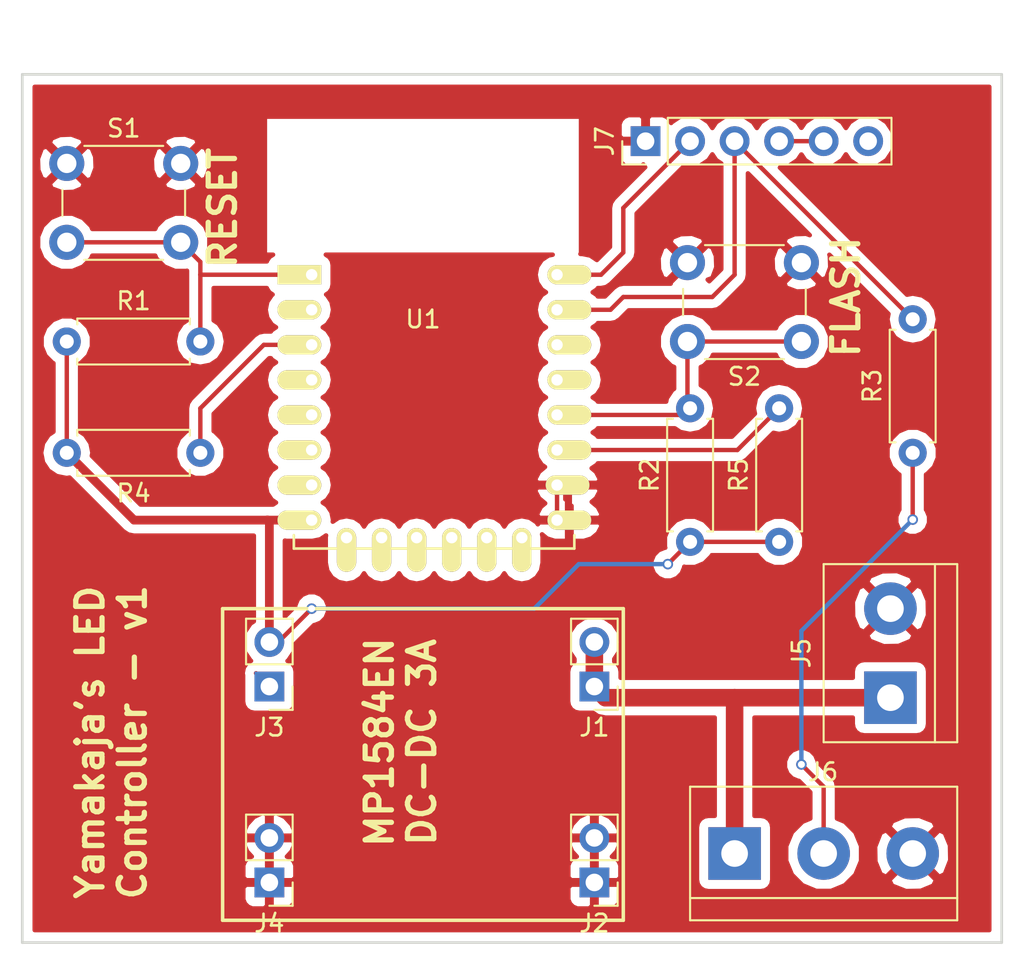
<source format=kicad_pcb>
(kicad_pcb (version 4) (host pcbnew 4.0.7)

  (general
    (links 34)
    (no_connects 2)
    (area 137.16 69.341428 195.580001 124.460001)
    (thickness 1.6)
    (drawings 12)
    (tracks 64)
    (zones 0)
    (modules 15)
    (nets 26)
  )

  (page A4)
  (layers
    (0 F.Cu signal)
    (31 B.Cu signal)
    (32 B.Adhes user)
    (33 F.Adhes user)
    (34 B.Paste user)
    (35 F.Paste user)
    (36 B.SilkS user)
    (37 F.SilkS user)
    (38 B.Mask user)
    (39 F.Mask user)
    (40 Dwgs.User user)
    (41 Cmts.User user)
    (42 Eco1.User user)
    (43 Eco2.User user)
    (44 Edge.Cuts user)
    (45 Margin user)
    (46 B.CrtYd user)
    (47 F.CrtYd user)
    (48 B.Fab user)
    (49 F.Fab user)
  )

  (setup
    (last_trace_width 0.25)
    (trace_clearance 0.2)
    (zone_clearance 0.508)
    (zone_45_only yes)
    (trace_min 0.2)
    (segment_width 0.2)
    (edge_width 0.15)
    (via_size 0.6)
    (via_drill 0.4)
    (via_min_size 0.4)
    (via_min_drill 0.3)
    (uvia_size 0.3)
    (uvia_drill 0.1)
    (uvias_allowed no)
    (uvia_min_size 0.2)
    (uvia_min_drill 0.1)
    (pcb_text_width 0.3)
    (pcb_text_size 1.5 1.5)
    (mod_edge_width 0.15)
    (mod_text_size 1 1)
    (mod_text_width 0.15)
    (pad_size 1.524 1.524)
    (pad_drill 0.762)
    (pad_to_mask_clearance 0.2)
    (aux_axis_origin 0 0)
    (visible_elements FFFFFF7F)
    (pcbplotparams
      (layerselection 0x010f0_80000001)
      (usegerberextensions false)
      (usegerberattributes true)
      (excludeedgelayer true)
      (linewidth 0.100000)
      (plotframeref false)
      (viasonmask false)
      (mode 1)
      (useauxorigin true)
      (hpglpennumber 1)
      (hpglpenspeed 20)
      (hpglpendiameter 15)
      (hpglpenoverlay 2)
      (psnegative false)
      (psa4output false)
      (plotreference true)
      (plotvalue true)
      (plotinvisibletext false)
      (padsonsilk false)
      (subtractmaskfromsilk false)
      (outputformat 1)
      (mirror false)
      (drillshape 0)
      (scaleselection 1)
      (outputdirectory ""))
  )

  (net 0 "")
  (net 1 GND)
  (net 2 "Net-(J6-Pad2)")
  (net 3 "Net-(J7-Pad2)")
  (net 4 "Net-(J7-Pad4)")
  (net 5 "Net-(J7-Pad6)")
  (net 6 "Net-(R1-Pad2)")
  (net 7 "Net-(R2-Pad2)")
  (net 8 "Net-(R4-Pad1)")
  (net 9 "Net-(U1-Pad2)")
  (net 10 "Net-(U1-Pad4)")
  (net 11 "Net-(U1-Pad5)")
  (net 12 "Net-(U1-Pad6)")
  (net 13 "Net-(U1-Pad7)")
  (net 14 "Net-(U1-Pad13)")
  (net 15 "Net-(U1-Pad14)")
  (net 16 "Net-(U1-Pad17)")
  (net 17 "Net-(U1-Pad18)")
  (net 18 "Net-(U1-Pad19)")
  (net 19 "Net-(U1-Pad20)")
  (net 20 "Net-(U1-Pad21)")
  (net 21 "Net-(U1-Pad22)")
  (net 22 12V)
  (net 23 RX)
  (net 24 3.3V)
  (net 25 "Net-(R5-Pad2)")

  (net_class Default "This is the default net class."
    (clearance 0.2)
    (trace_width 0.25)
    (via_dia 0.6)
    (via_drill 0.4)
    (uvia_dia 0.3)
    (uvia_drill 0.1)
    (add_net "Net-(J6-Pad2)")
    (add_net "Net-(J7-Pad2)")
    (add_net "Net-(J7-Pad4)")
    (add_net "Net-(J7-Pad6)")
    (add_net "Net-(R1-Pad2)")
    (add_net "Net-(R2-Pad2)")
    (add_net "Net-(R4-Pad1)")
    (add_net "Net-(R5-Pad2)")
    (add_net "Net-(U1-Pad13)")
    (add_net "Net-(U1-Pad14)")
    (add_net "Net-(U1-Pad17)")
    (add_net "Net-(U1-Pad18)")
    (add_net "Net-(U1-Pad19)")
    (add_net "Net-(U1-Pad2)")
    (add_net "Net-(U1-Pad20)")
    (add_net "Net-(U1-Pad21)")
    (add_net "Net-(U1-Pad22)")
    (add_net "Net-(U1-Pad4)")
    (add_net "Net-(U1-Pad5)")
    (add_net "Net-(U1-Pad6)")
    (add_net "Net-(U1-Pad7)")
    (add_net RX)
  )

  (net_class "High Current" ""
    (clearance 0.2)
    (trace_width 1)
    (via_dia 0.6)
    (via_drill 0.4)
    (uvia_dia 0.3)
    (uvia_drill 0.1)
    (add_net 12V)
    (add_net GND)
  )

  (net_class Power ""
    (clearance 0.2)
    (trace_width 0.5)
    (via_dia 0.6)
    (via_drill 0.4)
    (uvia_dia 0.3)
    (uvia_drill 0.1)
    (add_net 3.3V)
  )

  (module Pin_Headers:Pin_Header_Straight_1x02_Pitch2.54mm (layer F.Cu) (tedit 59650532) (tstamp 5ABAA85F)
    (at 171.069 108.585 180)
    (descr "Through hole straight pin header, 1x02, 2.54mm pitch, single row")
    (tags "Through hole pin header THT 1x02 2.54mm single row")
    (path /5ABAA4A9)
    (fp_text reference J1 (at 0 -2.33 180) (layer F.SilkS)
      (effects (font (size 1 1) (thickness 0.15)))
    )
    (fp_text value Vin+ (at 0 4.87 180) (layer F.Fab)
      (effects (font (size 1 1) (thickness 0.15)))
    )
    (fp_line (start -0.635 -1.27) (end 1.27 -1.27) (layer F.Fab) (width 0.1))
    (fp_line (start 1.27 -1.27) (end 1.27 3.81) (layer F.Fab) (width 0.1))
    (fp_line (start 1.27 3.81) (end -1.27 3.81) (layer F.Fab) (width 0.1))
    (fp_line (start -1.27 3.81) (end -1.27 -0.635) (layer F.Fab) (width 0.1))
    (fp_line (start -1.27 -0.635) (end -0.635 -1.27) (layer F.Fab) (width 0.1))
    (fp_line (start -1.33 3.87) (end 1.33 3.87) (layer F.SilkS) (width 0.12))
    (fp_line (start -1.33 1.27) (end -1.33 3.87) (layer F.SilkS) (width 0.12))
    (fp_line (start 1.33 1.27) (end 1.33 3.87) (layer F.SilkS) (width 0.12))
    (fp_line (start -1.33 1.27) (end 1.33 1.27) (layer F.SilkS) (width 0.12))
    (fp_line (start -1.33 0) (end -1.33 -1.33) (layer F.SilkS) (width 0.12))
    (fp_line (start -1.33 -1.33) (end 0 -1.33) (layer F.SilkS) (width 0.12))
    (fp_line (start -1.8 -1.8) (end -1.8 4.35) (layer F.CrtYd) (width 0.05))
    (fp_line (start -1.8 4.35) (end 1.8 4.35) (layer F.CrtYd) (width 0.05))
    (fp_line (start 1.8 4.35) (end 1.8 -1.8) (layer F.CrtYd) (width 0.05))
    (fp_line (start 1.8 -1.8) (end -1.8 -1.8) (layer F.CrtYd) (width 0.05))
    (fp_text user %R (at 0 1.27 270) (layer F.Fab)
      (effects (font (size 1 1) (thickness 0.15)))
    )
    (pad 1 thru_hole rect (at 0 0 180) (size 1.7 1.7) (drill 1) (layers *.Cu *.Mask)
      (net 22 12V))
    (pad 2 thru_hole oval (at 0 2.54 180) (size 1.7 1.7) (drill 1) (layers *.Cu *.Mask)
      (net 22 12V))
    (model ${KISYS3DMOD}/Pin_Headers.3dshapes/Pin_Header_Straight_1x02_Pitch2.54mm.wrl
      (at (xyz 0 0 0))
      (scale (xyz 1 1 1))
      (rotate (xyz 0 0 0))
    )
  )

  (module Pin_Headers:Pin_Header_Straight_1x02_Pitch2.54mm (layer F.Cu) (tedit 59650532) (tstamp 5ABAA865)
    (at 171.069 119.761 180)
    (descr "Through hole straight pin header, 1x02, 2.54mm pitch, single row")
    (tags "Through hole pin header THT 1x02 2.54mm single row")
    (path /5ABAAAD2)
    (fp_text reference J2 (at 0 -2.33 180) (layer F.SilkS)
      (effects (font (size 1 1) (thickness 0.15)))
    )
    (fp_text value Vin- (at 0 4.87 180) (layer F.Fab)
      (effects (font (size 1 1) (thickness 0.15)))
    )
    (fp_line (start -0.635 -1.27) (end 1.27 -1.27) (layer F.Fab) (width 0.1))
    (fp_line (start 1.27 -1.27) (end 1.27 3.81) (layer F.Fab) (width 0.1))
    (fp_line (start 1.27 3.81) (end -1.27 3.81) (layer F.Fab) (width 0.1))
    (fp_line (start -1.27 3.81) (end -1.27 -0.635) (layer F.Fab) (width 0.1))
    (fp_line (start -1.27 -0.635) (end -0.635 -1.27) (layer F.Fab) (width 0.1))
    (fp_line (start -1.33 3.87) (end 1.33 3.87) (layer F.SilkS) (width 0.12))
    (fp_line (start -1.33 1.27) (end -1.33 3.87) (layer F.SilkS) (width 0.12))
    (fp_line (start 1.33 1.27) (end 1.33 3.87) (layer F.SilkS) (width 0.12))
    (fp_line (start -1.33 1.27) (end 1.33 1.27) (layer F.SilkS) (width 0.12))
    (fp_line (start -1.33 0) (end -1.33 -1.33) (layer F.SilkS) (width 0.12))
    (fp_line (start -1.33 -1.33) (end 0 -1.33) (layer F.SilkS) (width 0.12))
    (fp_line (start -1.8 -1.8) (end -1.8 4.35) (layer F.CrtYd) (width 0.05))
    (fp_line (start -1.8 4.35) (end 1.8 4.35) (layer F.CrtYd) (width 0.05))
    (fp_line (start 1.8 4.35) (end 1.8 -1.8) (layer F.CrtYd) (width 0.05))
    (fp_line (start 1.8 -1.8) (end -1.8 -1.8) (layer F.CrtYd) (width 0.05))
    (fp_text user %R (at 0 1.27 270) (layer F.Fab)
      (effects (font (size 1 1) (thickness 0.15)))
    )
    (pad 1 thru_hole rect (at 0 0 180) (size 1.7 1.7) (drill 1) (layers *.Cu *.Mask)
      (net 1 GND))
    (pad 2 thru_hole oval (at 0 2.54 180) (size 1.7 1.7) (drill 1) (layers *.Cu *.Mask)
      (net 1 GND))
    (model ${KISYS3DMOD}/Pin_Headers.3dshapes/Pin_Header_Straight_1x02_Pitch2.54mm.wrl
      (at (xyz 0 0 0))
      (scale (xyz 1 1 1))
      (rotate (xyz 0 0 0))
    )
  )

  (module Pin_Headers:Pin_Header_Straight_1x02_Pitch2.54mm (layer F.Cu) (tedit 59650532) (tstamp 5ABAA86B)
    (at 152.527 108.585 180)
    (descr "Through hole straight pin header, 1x02, 2.54mm pitch, single row")
    (tags "Through hole pin header THT 1x02 2.54mm single row")
    (path /5ABAAB75)
    (fp_text reference J3 (at 0 -2.33 180) (layer F.SilkS)
      (effects (font (size 1 1) (thickness 0.15)))
    )
    (fp_text value Vout+ (at 0 4.87 180) (layer F.Fab)
      (effects (font (size 1 1) (thickness 0.15)))
    )
    (fp_line (start -0.635 -1.27) (end 1.27 -1.27) (layer F.Fab) (width 0.1))
    (fp_line (start 1.27 -1.27) (end 1.27 3.81) (layer F.Fab) (width 0.1))
    (fp_line (start 1.27 3.81) (end -1.27 3.81) (layer F.Fab) (width 0.1))
    (fp_line (start -1.27 3.81) (end -1.27 -0.635) (layer F.Fab) (width 0.1))
    (fp_line (start -1.27 -0.635) (end -0.635 -1.27) (layer F.Fab) (width 0.1))
    (fp_line (start -1.33 3.87) (end 1.33 3.87) (layer F.SilkS) (width 0.12))
    (fp_line (start -1.33 1.27) (end -1.33 3.87) (layer F.SilkS) (width 0.12))
    (fp_line (start 1.33 1.27) (end 1.33 3.87) (layer F.SilkS) (width 0.12))
    (fp_line (start -1.33 1.27) (end 1.33 1.27) (layer F.SilkS) (width 0.12))
    (fp_line (start -1.33 0) (end -1.33 -1.33) (layer F.SilkS) (width 0.12))
    (fp_line (start -1.33 -1.33) (end 0 -1.33) (layer F.SilkS) (width 0.12))
    (fp_line (start -1.8 -1.8) (end -1.8 4.35) (layer F.CrtYd) (width 0.05))
    (fp_line (start -1.8 4.35) (end 1.8 4.35) (layer F.CrtYd) (width 0.05))
    (fp_line (start 1.8 4.35) (end 1.8 -1.8) (layer F.CrtYd) (width 0.05))
    (fp_line (start 1.8 -1.8) (end -1.8 -1.8) (layer F.CrtYd) (width 0.05))
    (fp_text user %R (at 0 1.27 270) (layer F.Fab)
      (effects (font (size 1 1) (thickness 0.15)))
    )
    (pad 1 thru_hole rect (at 0 0 180) (size 1.7 1.7) (drill 1) (layers *.Cu *.Mask)
      (net 24 3.3V))
    (pad 2 thru_hole oval (at 0 2.54 180) (size 1.7 1.7) (drill 1) (layers *.Cu *.Mask)
      (net 24 3.3V))
    (model ${KISYS3DMOD}/Pin_Headers.3dshapes/Pin_Header_Straight_1x02_Pitch2.54mm.wrl
      (at (xyz 0 0 0))
      (scale (xyz 1 1 1))
      (rotate (xyz 0 0 0))
    )
  )

  (module Pin_Headers:Pin_Header_Straight_1x02_Pitch2.54mm (layer F.Cu) (tedit 59650532) (tstamp 5ABAA871)
    (at 152.527 119.761 180)
    (descr "Through hole straight pin header, 1x02, 2.54mm pitch, single row")
    (tags "Through hole pin header THT 1x02 2.54mm single row")
    (path /5ABAABEE)
    (fp_text reference J4 (at 0 -2.33 180) (layer F.SilkS)
      (effects (font (size 1 1) (thickness 0.15)))
    )
    (fp_text value Vout- (at 0 4.87 180) (layer F.Fab)
      (effects (font (size 1 1) (thickness 0.15)))
    )
    (fp_line (start -0.635 -1.27) (end 1.27 -1.27) (layer F.Fab) (width 0.1))
    (fp_line (start 1.27 -1.27) (end 1.27 3.81) (layer F.Fab) (width 0.1))
    (fp_line (start 1.27 3.81) (end -1.27 3.81) (layer F.Fab) (width 0.1))
    (fp_line (start -1.27 3.81) (end -1.27 -0.635) (layer F.Fab) (width 0.1))
    (fp_line (start -1.27 -0.635) (end -0.635 -1.27) (layer F.Fab) (width 0.1))
    (fp_line (start -1.33 3.87) (end 1.33 3.87) (layer F.SilkS) (width 0.12))
    (fp_line (start -1.33 1.27) (end -1.33 3.87) (layer F.SilkS) (width 0.12))
    (fp_line (start 1.33 1.27) (end 1.33 3.87) (layer F.SilkS) (width 0.12))
    (fp_line (start -1.33 1.27) (end 1.33 1.27) (layer F.SilkS) (width 0.12))
    (fp_line (start -1.33 0) (end -1.33 -1.33) (layer F.SilkS) (width 0.12))
    (fp_line (start -1.33 -1.33) (end 0 -1.33) (layer F.SilkS) (width 0.12))
    (fp_line (start -1.8 -1.8) (end -1.8 4.35) (layer F.CrtYd) (width 0.05))
    (fp_line (start -1.8 4.35) (end 1.8 4.35) (layer F.CrtYd) (width 0.05))
    (fp_line (start 1.8 4.35) (end 1.8 -1.8) (layer F.CrtYd) (width 0.05))
    (fp_line (start 1.8 -1.8) (end -1.8 -1.8) (layer F.CrtYd) (width 0.05))
    (fp_text user %R (at 0 1.27 270) (layer F.Fab)
      (effects (font (size 1 1) (thickness 0.15)))
    )
    (pad 1 thru_hole rect (at 0 0 180) (size 1.7 1.7) (drill 1) (layers *.Cu *.Mask)
      (net 1 GND))
    (pad 2 thru_hole oval (at 0 2.54 180) (size 1.7 1.7) (drill 1) (layers *.Cu *.Mask)
      (net 1 GND))
    (model ${KISYS3DMOD}/Pin_Headers.3dshapes/Pin_Header_Straight_1x02_Pitch2.54mm.wrl
      (at (xyz 0 0 0))
      (scale (xyz 1 1 1))
      (rotate (xyz 0 0 0))
    )
  )

  (module Connectors_Terminal_Blocks:TerminalBlock_bornier-2_P5.08mm (layer F.Cu) (tedit 59FF03AB) (tstamp 5ABAA877)
    (at 187.96 109.22 90)
    (descr "simple 2-pin terminal block, pitch 5.08mm, revamped version of bornier2")
    (tags "terminal block bornier2")
    (path /5ABB43F8)
    (fp_text reference J5 (at 2.54 -5.08 90) (layer F.SilkS)
      (effects (font (size 1 1) (thickness 0.15)))
    )
    (fp_text value "Power supply: 12V" (at 2.54 5.08 90) (layer F.Fab)
      (effects (font (size 1 1) (thickness 0.15)))
    )
    (fp_text user %R (at 2.54 0 90) (layer F.Fab)
      (effects (font (size 1 1) (thickness 0.15)))
    )
    (fp_line (start -2.41 2.55) (end 7.49 2.55) (layer F.Fab) (width 0.1))
    (fp_line (start -2.46 -3.75) (end -2.46 3.75) (layer F.Fab) (width 0.1))
    (fp_line (start -2.46 3.75) (end 7.54 3.75) (layer F.Fab) (width 0.1))
    (fp_line (start 7.54 3.75) (end 7.54 -3.75) (layer F.Fab) (width 0.1))
    (fp_line (start 7.54 -3.75) (end -2.46 -3.75) (layer F.Fab) (width 0.1))
    (fp_line (start 7.62 2.54) (end -2.54 2.54) (layer F.SilkS) (width 0.12))
    (fp_line (start 7.62 3.81) (end 7.62 -3.81) (layer F.SilkS) (width 0.12))
    (fp_line (start 7.62 -3.81) (end -2.54 -3.81) (layer F.SilkS) (width 0.12))
    (fp_line (start -2.54 -3.81) (end -2.54 3.81) (layer F.SilkS) (width 0.12))
    (fp_line (start -2.54 3.81) (end 7.62 3.81) (layer F.SilkS) (width 0.12))
    (fp_line (start -2.71 -4) (end 7.79 -4) (layer F.CrtYd) (width 0.05))
    (fp_line (start -2.71 -4) (end -2.71 4) (layer F.CrtYd) (width 0.05))
    (fp_line (start 7.79 4) (end 7.79 -4) (layer F.CrtYd) (width 0.05))
    (fp_line (start 7.79 4) (end -2.71 4) (layer F.CrtYd) (width 0.05))
    (pad 1 thru_hole rect (at 0 0 90) (size 3 3) (drill 1.52) (layers *.Cu *.Mask)
      (net 22 12V))
    (pad 2 thru_hole circle (at 5.08 0 90) (size 3 3) (drill 1.52) (layers *.Cu *.Mask)
      (net 1 GND))
    (model ${KISYS3DMOD}/Terminal_Blocks.3dshapes/TerminalBlock_bornier-2_P5.08mm.wrl
      (at (xyz 0.1 0 0))
      (scale (xyz 1 1 1))
      (rotate (xyz 0 0 0))
    )
  )

  (module Connectors_Terminal_Blocks:TerminalBlock_bornier-3_P5.08mm (layer F.Cu) (tedit 59FF03B9) (tstamp 5ABAA87E)
    (at 179.07 118.11)
    (descr "simple 3-pin terminal block, pitch 5.08mm, revamped version of bornier3")
    (tags "terminal block bornier3")
    (path /5ABAFE0D)
    (fp_text reference J6 (at 5.05 -4.65) (layer F.SilkS)
      (effects (font (size 1 1) (thickness 0.15)))
    )
    (fp_text value "LED Strip" (at 5.08 5.08) (layer F.Fab)
      (effects (font (size 1 1) (thickness 0.15)))
    )
    (fp_text user %R (at 5.08 0) (layer F.Fab)
      (effects (font (size 1 1) (thickness 0.15)))
    )
    (fp_line (start -2.47 2.55) (end 12.63 2.55) (layer F.Fab) (width 0.1))
    (fp_line (start -2.47 -3.75) (end 12.63 -3.75) (layer F.Fab) (width 0.1))
    (fp_line (start 12.63 -3.75) (end 12.63 3.75) (layer F.Fab) (width 0.1))
    (fp_line (start 12.63 3.75) (end -2.47 3.75) (layer F.Fab) (width 0.1))
    (fp_line (start -2.47 3.75) (end -2.47 -3.75) (layer F.Fab) (width 0.1))
    (fp_line (start -2.54 3.81) (end -2.54 -3.81) (layer F.SilkS) (width 0.12))
    (fp_line (start 12.7 3.81) (end 12.7 -3.81) (layer F.SilkS) (width 0.12))
    (fp_line (start -2.54 2.54) (end 12.7 2.54) (layer F.SilkS) (width 0.12))
    (fp_line (start -2.54 -3.81) (end 12.7 -3.81) (layer F.SilkS) (width 0.12))
    (fp_line (start -2.54 3.81) (end 12.7 3.81) (layer F.SilkS) (width 0.12))
    (fp_line (start -2.72 -4) (end 12.88 -4) (layer F.CrtYd) (width 0.05))
    (fp_line (start -2.72 -4) (end -2.72 4) (layer F.CrtYd) (width 0.05))
    (fp_line (start 12.88 4) (end 12.88 -4) (layer F.CrtYd) (width 0.05))
    (fp_line (start 12.88 4) (end -2.72 4) (layer F.CrtYd) (width 0.05))
    (pad 1 thru_hole rect (at 0 0) (size 3 3) (drill 1.52) (layers *.Cu *.Mask)
      (net 22 12V))
    (pad 2 thru_hole circle (at 5.08 0) (size 3 3) (drill 1.52) (layers *.Cu *.Mask)
      (net 2 "Net-(J6-Pad2)"))
    (pad 3 thru_hole circle (at 10.16 0) (size 3 3) (drill 1.52) (layers *.Cu *.Mask)
      (net 1 GND))
    (model ${KISYS3DMOD}/Terminal_Blocks.3dshapes/TerminalBlock_bornier-3_P5.08mm.wrl
      (at (xyz 0.2 0 0))
      (scale (xyz 1 1 1))
      (rotate (xyz 0 0 0))
    )
  )

  (module Socket_Strips:Socket_Strip_Straight_1x06_Pitch2.54mm (layer F.Cu) (tedit 58CD5446) (tstamp 5ABAA888)
    (at 173.99 77.47 90)
    (descr "Through hole straight socket strip, 1x06, 2.54mm pitch, single row")
    (tags "Through hole socket strip THT 1x06 2.54mm single row")
    (path /5AB6C3A9)
    (fp_text reference J7 (at 0 -2.33 90) (layer F.SilkS)
      (effects (font (size 1 1) (thickness 0.15)))
    )
    (fp_text value "Programming Header" (at 0 15.03 90) (layer F.Fab)
      (effects (font (size 1 1) (thickness 0.15)))
    )
    (fp_line (start -1.27 -1.27) (end -1.27 13.97) (layer F.Fab) (width 0.1))
    (fp_line (start -1.27 13.97) (end 1.27 13.97) (layer F.Fab) (width 0.1))
    (fp_line (start 1.27 13.97) (end 1.27 -1.27) (layer F.Fab) (width 0.1))
    (fp_line (start 1.27 -1.27) (end -1.27 -1.27) (layer F.Fab) (width 0.1))
    (fp_line (start -1.33 1.27) (end -1.33 14.03) (layer F.SilkS) (width 0.12))
    (fp_line (start -1.33 14.03) (end 1.33 14.03) (layer F.SilkS) (width 0.12))
    (fp_line (start 1.33 14.03) (end 1.33 1.27) (layer F.SilkS) (width 0.12))
    (fp_line (start 1.33 1.27) (end -1.33 1.27) (layer F.SilkS) (width 0.12))
    (fp_line (start -1.33 0) (end -1.33 -1.33) (layer F.SilkS) (width 0.12))
    (fp_line (start -1.33 -1.33) (end 0 -1.33) (layer F.SilkS) (width 0.12))
    (fp_line (start -1.8 -1.8) (end -1.8 14.5) (layer F.CrtYd) (width 0.05))
    (fp_line (start -1.8 14.5) (end 1.8 14.5) (layer F.CrtYd) (width 0.05))
    (fp_line (start 1.8 14.5) (end 1.8 -1.8) (layer F.CrtYd) (width 0.05))
    (fp_line (start 1.8 -1.8) (end -1.8 -1.8) (layer F.CrtYd) (width 0.05))
    (fp_text user %R (at 0 -2.33 90) (layer F.Fab)
      (effects (font (size 1 1) (thickness 0.15)))
    )
    (pad 1 thru_hole rect (at 0 0 90) (size 1.7 1.7) (drill 1) (layers *.Cu *.Mask)
      (net 1 GND))
    (pad 2 thru_hole oval (at 0 2.54 90) (size 1.7 1.7) (drill 1) (layers *.Cu *.Mask)
      (net 3 "Net-(J7-Pad2)"))
    (pad 3 thru_hole oval (at 0 5.08 90) (size 1.7 1.7) (drill 1) (layers *.Cu *.Mask)
      (net 23 RX))
    (pad 4 thru_hole oval (at 0 7.62 90) (size 1.7 1.7) (drill 1) (layers *.Cu *.Mask)
      (net 4 "Net-(J7-Pad4)"))
    (pad 5 thru_hole oval (at 0 10.16 90) (size 1.7 1.7) (drill 1) (layers *.Cu *.Mask)
      (net 4 "Net-(J7-Pad4)"))
    (pad 6 thru_hole oval (at 0 12.7 90) (size 1.7 1.7) (drill 1) (layers *.Cu *.Mask)
      (net 5 "Net-(J7-Pad6)"))
    (model ${KISYS3DMOD}/Socket_Strips.3dshapes/Socket_Strip_Straight_1x06_Pitch2.54mm.wrl
      (at (xyz 0 -0.25 0))
      (scale (xyz 1 1 1))
      (rotate (xyz 0 0 270))
    )
  )

  (module Resistors_THT:R_Axial_DIN0207_L6.3mm_D2.5mm_P7.62mm_Horizontal (layer F.Cu) (tedit 5874F706) (tstamp 5ABAA88E)
    (at 140.97 88.9)
    (descr "Resistor, Axial_DIN0207 series, Axial, Horizontal, pin pitch=7.62mm, 0.25W = 1/4W, length*diameter=6.3*2.5mm^2, http://cdn-reichelt.de/documents/datenblatt/B400/1_4W%23YAG.pdf")
    (tags "Resistor Axial_DIN0207 series Axial Horizontal pin pitch 7.62mm 0.25W = 1/4W length 6.3mm diameter 2.5mm")
    (path /5AB6CD74)
    (fp_text reference R1 (at 3.81 -2.31) (layer F.SilkS)
      (effects (font (size 1 1) (thickness 0.15)))
    )
    (fp_text value 10k (at 3.81 2.31) (layer F.Fab)
      (effects (font (size 1 1) (thickness 0.15)))
    )
    (fp_line (start 0.66 -1.25) (end 0.66 1.25) (layer F.Fab) (width 0.1))
    (fp_line (start 0.66 1.25) (end 6.96 1.25) (layer F.Fab) (width 0.1))
    (fp_line (start 6.96 1.25) (end 6.96 -1.25) (layer F.Fab) (width 0.1))
    (fp_line (start 6.96 -1.25) (end 0.66 -1.25) (layer F.Fab) (width 0.1))
    (fp_line (start 0 0) (end 0.66 0) (layer F.Fab) (width 0.1))
    (fp_line (start 7.62 0) (end 6.96 0) (layer F.Fab) (width 0.1))
    (fp_line (start 0.6 -0.98) (end 0.6 -1.31) (layer F.SilkS) (width 0.12))
    (fp_line (start 0.6 -1.31) (end 7.02 -1.31) (layer F.SilkS) (width 0.12))
    (fp_line (start 7.02 -1.31) (end 7.02 -0.98) (layer F.SilkS) (width 0.12))
    (fp_line (start 0.6 0.98) (end 0.6 1.31) (layer F.SilkS) (width 0.12))
    (fp_line (start 0.6 1.31) (end 7.02 1.31) (layer F.SilkS) (width 0.12))
    (fp_line (start 7.02 1.31) (end 7.02 0.98) (layer F.SilkS) (width 0.12))
    (fp_line (start -1.05 -1.6) (end -1.05 1.6) (layer F.CrtYd) (width 0.05))
    (fp_line (start -1.05 1.6) (end 8.7 1.6) (layer F.CrtYd) (width 0.05))
    (fp_line (start 8.7 1.6) (end 8.7 -1.6) (layer F.CrtYd) (width 0.05))
    (fp_line (start 8.7 -1.6) (end -1.05 -1.6) (layer F.CrtYd) (width 0.05))
    (pad 1 thru_hole circle (at 0 0) (size 1.6 1.6) (drill 0.8) (layers *.Cu *.Mask)
      (net 24 3.3V))
    (pad 2 thru_hole oval (at 7.62 0) (size 1.6 1.6) (drill 0.8) (layers *.Cu *.Mask)
      (net 6 "Net-(R1-Pad2)"))
    (model ${KISYS3DMOD}/Resistors_THT.3dshapes/R_Axial_DIN0207_L6.3mm_D2.5mm_P7.62mm_Horizontal.wrl
      (at (xyz 0 0 0))
      (scale (xyz 0.393701 0.393701 0.393701))
      (rotate (xyz 0 0 0))
    )
  )

  (module Resistors_THT:R_Axial_DIN0207_L6.3mm_D2.5mm_P7.62mm_Horizontal (layer F.Cu) (tedit 5874F706) (tstamp 5ABAA894)
    (at 176.53 100.33 90)
    (descr "Resistor, Axial_DIN0207 series, Axial, Horizontal, pin pitch=7.62mm, 0.25W = 1/4W, length*diameter=6.3*2.5mm^2, http://cdn-reichelt.de/documents/datenblatt/B400/1_4W%23YAG.pdf")
    (tags "Resistor Axial_DIN0207 series Axial Horizontal pin pitch 7.62mm 0.25W = 1/4W length 6.3mm diameter 2.5mm")
    (path /5AB7B582)
    (fp_text reference R2 (at 3.81 -2.31 90) (layer F.SilkS)
      (effects (font (size 1 1) (thickness 0.15)))
    )
    (fp_text value 10k (at 3.81 2.31 90) (layer F.Fab)
      (effects (font (size 1 1) (thickness 0.15)))
    )
    (fp_line (start 0.66 -1.25) (end 0.66 1.25) (layer F.Fab) (width 0.1))
    (fp_line (start 0.66 1.25) (end 6.96 1.25) (layer F.Fab) (width 0.1))
    (fp_line (start 6.96 1.25) (end 6.96 -1.25) (layer F.Fab) (width 0.1))
    (fp_line (start 6.96 -1.25) (end 0.66 -1.25) (layer F.Fab) (width 0.1))
    (fp_line (start 0 0) (end 0.66 0) (layer F.Fab) (width 0.1))
    (fp_line (start 7.62 0) (end 6.96 0) (layer F.Fab) (width 0.1))
    (fp_line (start 0.6 -0.98) (end 0.6 -1.31) (layer F.SilkS) (width 0.12))
    (fp_line (start 0.6 -1.31) (end 7.02 -1.31) (layer F.SilkS) (width 0.12))
    (fp_line (start 7.02 -1.31) (end 7.02 -0.98) (layer F.SilkS) (width 0.12))
    (fp_line (start 0.6 0.98) (end 0.6 1.31) (layer F.SilkS) (width 0.12))
    (fp_line (start 0.6 1.31) (end 7.02 1.31) (layer F.SilkS) (width 0.12))
    (fp_line (start 7.02 1.31) (end 7.02 0.98) (layer F.SilkS) (width 0.12))
    (fp_line (start -1.05 -1.6) (end -1.05 1.6) (layer F.CrtYd) (width 0.05))
    (fp_line (start -1.05 1.6) (end 8.7 1.6) (layer F.CrtYd) (width 0.05))
    (fp_line (start 8.7 1.6) (end 8.7 -1.6) (layer F.CrtYd) (width 0.05))
    (fp_line (start 8.7 -1.6) (end -1.05 -1.6) (layer F.CrtYd) (width 0.05))
    (pad 1 thru_hole circle (at 0 0 90) (size 1.6 1.6) (drill 0.8) (layers *.Cu *.Mask)
      (net 24 3.3V))
    (pad 2 thru_hole oval (at 7.62 0 90) (size 1.6 1.6) (drill 0.8) (layers *.Cu *.Mask)
      (net 7 "Net-(R2-Pad2)"))
    (model ${KISYS3DMOD}/Resistors_THT.3dshapes/R_Axial_DIN0207_L6.3mm_D2.5mm_P7.62mm_Horizontal.wrl
      (at (xyz 0 0 0))
      (scale (xyz 0.393701 0.393701 0.393701))
      (rotate (xyz 0 0 0))
    )
  )

  (module Resistors_THT:R_Axial_DIN0207_L6.3mm_D2.5mm_P7.62mm_Horizontal (layer F.Cu) (tedit 5874F706) (tstamp 5ABAA89A)
    (at 189.23 95.25 90)
    (descr "Resistor, Axial_DIN0207 series, Axial, Horizontal, pin pitch=7.62mm, 0.25W = 1/4W, length*diameter=6.3*2.5mm^2, http://cdn-reichelt.de/documents/datenblatt/B400/1_4W%23YAG.pdf")
    (tags "Resistor Axial_DIN0207 series Axial Horizontal pin pitch 7.62mm 0.25W = 1/4W length 6.3mm diameter 2.5mm")
    (path /5ABB3606)
    (fp_text reference R3 (at 3.81 -2.31 90) (layer F.SilkS)
      (effects (font (size 1 1) (thickness 0.15)))
    )
    (fp_text value 4.7k (at 3.81 2.31 90) (layer F.Fab)
      (effects (font (size 1 1) (thickness 0.15)))
    )
    (fp_line (start 0.66 -1.25) (end 0.66 1.25) (layer F.Fab) (width 0.1))
    (fp_line (start 0.66 1.25) (end 6.96 1.25) (layer F.Fab) (width 0.1))
    (fp_line (start 6.96 1.25) (end 6.96 -1.25) (layer F.Fab) (width 0.1))
    (fp_line (start 6.96 -1.25) (end 0.66 -1.25) (layer F.Fab) (width 0.1))
    (fp_line (start 0 0) (end 0.66 0) (layer F.Fab) (width 0.1))
    (fp_line (start 7.62 0) (end 6.96 0) (layer F.Fab) (width 0.1))
    (fp_line (start 0.6 -0.98) (end 0.6 -1.31) (layer F.SilkS) (width 0.12))
    (fp_line (start 0.6 -1.31) (end 7.02 -1.31) (layer F.SilkS) (width 0.12))
    (fp_line (start 7.02 -1.31) (end 7.02 -0.98) (layer F.SilkS) (width 0.12))
    (fp_line (start 0.6 0.98) (end 0.6 1.31) (layer F.SilkS) (width 0.12))
    (fp_line (start 0.6 1.31) (end 7.02 1.31) (layer F.SilkS) (width 0.12))
    (fp_line (start 7.02 1.31) (end 7.02 0.98) (layer F.SilkS) (width 0.12))
    (fp_line (start -1.05 -1.6) (end -1.05 1.6) (layer F.CrtYd) (width 0.05))
    (fp_line (start -1.05 1.6) (end 8.7 1.6) (layer F.CrtYd) (width 0.05))
    (fp_line (start 8.7 1.6) (end 8.7 -1.6) (layer F.CrtYd) (width 0.05))
    (fp_line (start 8.7 -1.6) (end -1.05 -1.6) (layer F.CrtYd) (width 0.05))
    (pad 1 thru_hole circle (at 0 0 90) (size 1.6 1.6) (drill 0.8) (layers *.Cu *.Mask)
      (net 2 "Net-(J6-Pad2)"))
    (pad 2 thru_hole oval (at 7.62 0 90) (size 1.6 1.6) (drill 0.8) (layers *.Cu *.Mask)
      (net 23 RX))
    (model ${KISYS3DMOD}/Resistors_THT.3dshapes/R_Axial_DIN0207_L6.3mm_D2.5mm_P7.62mm_Horizontal.wrl
      (at (xyz 0 0 0))
      (scale (xyz 0.393701 0.393701 0.393701))
      (rotate (xyz 0 0 0))
    )
  )

  (module Resistors_THT:R_Axial_DIN0207_L6.3mm_D2.5mm_P7.62mm_Horizontal (layer F.Cu) (tedit 5874F706) (tstamp 5ABAA8A0)
    (at 148.59 95.25 180)
    (descr "Resistor, Axial_DIN0207 series, Axial, Horizontal, pin pitch=7.62mm, 0.25W = 1/4W, length*diameter=6.3*2.5mm^2, http://cdn-reichelt.de/documents/datenblatt/B400/1_4W%23YAG.pdf")
    (tags "Resistor Axial_DIN0207 series Axial Horizontal pin pitch 7.62mm 0.25W = 1/4W length 6.3mm diameter 2.5mm")
    (path /5ABBED79)
    (fp_text reference R4 (at 3.81 -2.31 180) (layer F.SilkS)
      (effects (font (size 1 1) (thickness 0.15)))
    )
    (fp_text value 10k (at 3.81 2.31 180) (layer F.Fab)
      (effects (font (size 1 1) (thickness 0.15)))
    )
    (fp_line (start 0.66 -1.25) (end 0.66 1.25) (layer F.Fab) (width 0.1))
    (fp_line (start 0.66 1.25) (end 6.96 1.25) (layer F.Fab) (width 0.1))
    (fp_line (start 6.96 1.25) (end 6.96 -1.25) (layer F.Fab) (width 0.1))
    (fp_line (start 6.96 -1.25) (end 0.66 -1.25) (layer F.Fab) (width 0.1))
    (fp_line (start 0 0) (end 0.66 0) (layer F.Fab) (width 0.1))
    (fp_line (start 7.62 0) (end 6.96 0) (layer F.Fab) (width 0.1))
    (fp_line (start 0.6 -0.98) (end 0.6 -1.31) (layer F.SilkS) (width 0.12))
    (fp_line (start 0.6 -1.31) (end 7.02 -1.31) (layer F.SilkS) (width 0.12))
    (fp_line (start 7.02 -1.31) (end 7.02 -0.98) (layer F.SilkS) (width 0.12))
    (fp_line (start 0.6 0.98) (end 0.6 1.31) (layer F.SilkS) (width 0.12))
    (fp_line (start 0.6 1.31) (end 7.02 1.31) (layer F.SilkS) (width 0.12))
    (fp_line (start 7.02 1.31) (end 7.02 0.98) (layer F.SilkS) (width 0.12))
    (fp_line (start -1.05 -1.6) (end -1.05 1.6) (layer F.CrtYd) (width 0.05))
    (fp_line (start -1.05 1.6) (end 8.7 1.6) (layer F.CrtYd) (width 0.05))
    (fp_line (start 8.7 1.6) (end 8.7 -1.6) (layer F.CrtYd) (width 0.05))
    (fp_line (start 8.7 -1.6) (end -1.05 -1.6) (layer F.CrtYd) (width 0.05))
    (pad 1 thru_hole circle (at 0 0 180) (size 1.6 1.6) (drill 0.8) (layers *.Cu *.Mask)
      (net 8 "Net-(R4-Pad1)"))
    (pad 2 thru_hole oval (at 7.62 0 180) (size 1.6 1.6) (drill 0.8) (layers *.Cu *.Mask)
      (net 24 3.3V))
    (model ${KISYS3DMOD}/Resistors_THT.3dshapes/R_Axial_DIN0207_L6.3mm_D2.5mm_P7.62mm_Horizontal.wrl
      (at (xyz 0 0 0))
      (scale (xyz 0.393701 0.393701 0.393701))
      (rotate (xyz 0 0 0))
    )
  )

  (module Buttons_Switches_THT:SW_PUSH_6mm_h7.3mm (layer F.Cu) (tedit 5ABB4988) (tstamp 5ABAA8A8)
    (at 140.97 78.74)
    (descr "tactile push button, 6x6mm e.g. PHAP33xx series, height=7.3mm")
    (tags "tact sw push 6mm")
    (path /5AB6CAFD)
    (fp_text reference S1 (at 3.25 -2) (layer F.SilkS)
      (effects (font (size 1 1) (thickness 0.15)))
    )
    (fp_text value Reset (at 3.75 6.7) (layer F.Fab)
      (effects (font (size 1 1) (thickness 0.15)))
    )
    (fp_text user %R (at 3.25 2.25) (layer F.Fab)
      (effects (font (size 1 1) (thickness 0.15)))
    )
    (fp_line (start 3.25 -0.75) (end 6.25 -0.75) (layer F.Fab) (width 0.1))
    (fp_line (start 6.25 -0.75) (end 6.25 5.25) (layer F.Fab) (width 0.1))
    (fp_line (start 6.25 5.25) (end 0.25 5.25) (layer F.Fab) (width 0.1))
    (fp_line (start 0.25 5.25) (end 0.25 -0.75) (layer F.Fab) (width 0.1))
    (fp_line (start 0.25 -0.75) (end 3.25 -0.75) (layer F.Fab) (width 0.1))
    (fp_line (start 7.75 6) (end 8 6) (layer F.CrtYd) (width 0.05))
    (fp_line (start 8 6) (end 8 5.75) (layer F.CrtYd) (width 0.05))
    (fp_line (start 7.75 -1.5) (end 8 -1.5) (layer F.CrtYd) (width 0.05))
    (fp_line (start 8 -1.5) (end 8 -1.25) (layer F.CrtYd) (width 0.05))
    (fp_line (start -1.5 -1.25) (end -1.5 -1.5) (layer F.CrtYd) (width 0.05))
    (fp_line (start -1.5 -1.5) (end -1.25 -1.5) (layer F.CrtYd) (width 0.05))
    (fp_line (start -1.5 5.75) (end -1.5 6) (layer F.CrtYd) (width 0.05))
    (fp_line (start -1.5 6) (end -1.25 6) (layer F.CrtYd) (width 0.05))
    (fp_line (start -1.25 -1.5) (end 7.75 -1.5) (layer F.CrtYd) (width 0.05))
    (fp_line (start -1.5 5.75) (end -1.5 -1.25) (layer F.CrtYd) (width 0.05))
    (fp_line (start 7.75 6) (end -1.25 6) (layer F.CrtYd) (width 0.05))
    (fp_line (start 8 -1.25) (end 8 5.75) (layer F.CrtYd) (width 0.05))
    (fp_line (start 1 5.5) (end 5.5 5.5) (layer F.SilkS) (width 0.12))
    (fp_line (start -0.25 1.5) (end -0.25 3) (layer F.SilkS) (width 0.12))
    (fp_line (start 5.5 -1) (end 1 -1) (layer F.SilkS) (width 0.12))
    (fp_line (start 6.75 3) (end 6.75 1.5) (layer F.SilkS) (width 0.12))
    (fp_circle (center 3.25 2.25) (end 1.25 2.5) (layer F.Fab) (width 0.1))
    (pad 2 thru_hole circle (at 0 4.5 90) (size 2 2) (drill 1.1) (layers *.Cu *.Mask)
      (net 6 "Net-(R1-Pad2)"))
    (pad 1 thru_hole circle (at 0 0 90) (size 2 2) (drill 1.1) (layers *.Cu *.Mask)
      (net 1 GND))
    (pad 2 thru_hole circle (at 6.5 4.5 90) (size 2 2) (drill 1.1) (layers *.Cu *.Mask)
      (net 6 "Net-(R1-Pad2)"))
    (pad 1 thru_hole circle (at 6.5 0 90) (size 2 2) (drill 1.1) (layers *.Cu *.Mask)
      (net 1 GND))
    (model ${KISYS3DMOD}/Buttons_Switches_THT.3dshapes/SW_PUSH_6mm_h7.3mm.wrl
      (at (xyz 0.005 0 0))
      (scale (xyz 0.3937 0.3937 0.3937))
      (rotate (xyz 0 0 0))
    )
  )

  (module Buttons_Switches_THT:SW_PUSH_6mm_h7.3mm (layer F.Cu) (tedit 5ABB498D) (tstamp 5ABAA8B0)
    (at 182.88 88.9 180)
    (descr "tactile push button, 6x6mm e.g. PHAP33xx series, height=7.3mm")
    (tags "tact sw push 6mm")
    (path /5AB7B618)
    (fp_text reference S2 (at 3.25 -2 180) (layer F.SilkS)
      (effects (font (size 1 1) (thickness 0.15)))
    )
    (fp_text value Flash (at 3.75 6.7 180) (layer F.Fab)
      (effects (font (size 1 1) (thickness 0.15)))
    )
    (fp_text user %R (at 3.25 2.25 180) (layer F.Fab)
      (effects (font (size 1 1) (thickness 0.15)))
    )
    (fp_line (start 3.25 -0.75) (end 6.25 -0.75) (layer F.Fab) (width 0.1))
    (fp_line (start 6.25 -0.75) (end 6.25 5.25) (layer F.Fab) (width 0.1))
    (fp_line (start 6.25 5.25) (end 0.25 5.25) (layer F.Fab) (width 0.1))
    (fp_line (start 0.25 5.25) (end 0.25 -0.75) (layer F.Fab) (width 0.1))
    (fp_line (start 0.25 -0.75) (end 3.25 -0.75) (layer F.Fab) (width 0.1))
    (fp_line (start 7.75 6) (end 8 6) (layer F.CrtYd) (width 0.05))
    (fp_line (start 8 6) (end 8 5.75) (layer F.CrtYd) (width 0.05))
    (fp_line (start 7.75 -1.5) (end 8 -1.5) (layer F.CrtYd) (width 0.05))
    (fp_line (start 8 -1.5) (end 8 -1.25) (layer F.CrtYd) (width 0.05))
    (fp_line (start -1.5 -1.25) (end -1.5 -1.5) (layer F.CrtYd) (width 0.05))
    (fp_line (start -1.5 -1.5) (end -1.25 -1.5) (layer F.CrtYd) (width 0.05))
    (fp_line (start -1.5 5.75) (end -1.5 6) (layer F.CrtYd) (width 0.05))
    (fp_line (start -1.5 6) (end -1.25 6) (layer F.CrtYd) (width 0.05))
    (fp_line (start -1.25 -1.5) (end 7.75 -1.5) (layer F.CrtYd) (width 0.05))
    (fp_line (start -1.5 5.75) (end -1.5 -1.25) (layer F.CrtYd) (width 0.05))
    (fp_line (start 7.75 6) (end -1.25 6) (layer F.CrtYd) (width 0.05))
    (fp_line (start 8 -1.25) (end 8 5.75) (layer F.CrtYd) (width 0.05))
    (fp_line (start 1 5.5) (end 5.5 5.5) (layer F.SilkS) (width 0.12))
    (fp_line (start -0.25 1.5) (end -0.25 3) (layer F.SilkS) (width 0.12))
    (fp_line (start 5.5 -1) (end 1 -1) (layer F.SilkS) (width 0.12))
    (fp_line (start 6.75 3) (end 6.75 1.5) (layer F.SilkS) (width 0.12))
    (fp_circle (center 3.25 2.25) (end 1.25 2.5) (layer F.Fab) (width 0.1))
    (pad 2 thru_hole circle (at 0 4.5 270) (size 2 2) (drill 1.1) (layers *.Cu *.Mask)
      (net 1 GND))
    (pad 1 thru_hole circle (at 0 0 270) (size 2 2) (drill 1.1) (layers *.Cu *.Mask)
      (net 7 "Net-(R2-Pad2)"))
    (pad 2 thru_hole circle (at 6.5 4.5 270) (size 2 2) (drill 1.1) (layers *.Cu *.Mask)
      (net 1 GND))
    (pad 1 thru_hole circle (at 6.5 0 270) (size 2 2) (drill 1.1) (layers *.Cu *.Mask)
      (net 7 "Net-(R2-Pad2)"))
    (model ${KISYS3DMOD}/Buttons_Switches_THT.3dshapes/SW_PUSH_6mm_h7.3mm.wrl
      (at (xyz 0.005 0 0))
      (scale (xyz 0.3937 0.3937 0.3937))
      (rotate (xyz 0 0 0))
    )
  )

  (module ESP8266:ESP-12E (layer F.Cu) (tedit 58B47889) (tstamp 5ABAA8CA)
    (at 154.94 85.09)
    (descr "Module, ESP-8266, ESP-12, 16 pad, SMD")
    (tags "Module ESP-8266 ESP8266")
    (path /5AB6BFD7)
    (fp_text reference U1 (at 6.35 2.54) (layer F.SilkS)
      (effects (font (size 1 1) (thickness 0.15)))
    )
    (fp_text value ESP-12E (at 6.35 6.35) (layer F.Fab) hide
      (effects (font (size 1 1) (thickness 0.15)))
    )
    (fp_line (start -2.25 -0.5) (end -2.25 -8.75) (layer F.CrtYd) (width 0.05))
    (fp_line (start -2.25 -8.75) (end 15.25 -8.75) (layer F.CrtYd) (width 0.05))
    (fp_line (start 15.25 -8.75) (end 16.25 -8.75) (layer F.CrtYd) (width 0.05))
    (fp_line (start 16.25 -8.75) (end 16.25 16) (layer F.CrtYd) (width 0.05))
    (fp_line (start 16.25 16) (end -2.25 16) (layer F.CrtYd) (width 0.05))
    (fp_line (start -2.25 16) (end -2.25 -0.5) (layer F.CrtYd) (width 0.05))
    (fp_line (start -1.016 -8.382) (end 14.986 -8.382) (layer F.CrtYd) (width 0.1524))
    (fp_line (start 14.986 -8.382) (end 14.986 -0.889) (layer F.CrtYd) (width 0.1524))
    (fp_line (start -1.016 -8.382) (end -1.016 -1.016) (layer F.CrtYd) (width 0.1524))
    (fp_line (start -1.016 14.859) (end -1.016 15.621) (layer F.SilkS) (width 0.1524))
    (fp_line (start -1.016 15.621) (end 14.986 15.621) (layer F.SilkS) (width 0.1524))
    (fp_line (start 14.986 15.621) (end 14.986 14.859) (layer F.SilkS) (width 0.1524))
    (fp_line (start 14.992 -8.4) (end -1.008 -2.6) (layer F.CrtYd) (width 0.1524))
    (fp_line (start -1.008 -8.4) (end 14.992 -2.6) (layer F.CrtYd) (width 0.1524))
    (fp_text user "No Copper" (at 6.892 -5.4) (layer F.CrtYd)
      (effects (font (size 1 1) (thickness 0.15)))
    )
    (fp_line (start -1.008 -2.6) (end 14.992 -2.6) (layer F.CrtYd) (width 0.1524))
    (fp_line (start 15 -8.4) (end 15 15.6) (layer F.Fab) (width 0.05))
    (fp_line (start 14.992 15.6) (end -1.008 15.6) (layer F.Fab) (width 0.05))
    (fp_line (start -1.008 15.6) (end -1.008 -8.4) (layer F.Fab) (width 0.05))
    (fp_line (start -1.008 -8.4) (end 14.992 -8.4) (layer F.Fab) (width 0.05))
    (pad 1 thru_hole rect (at 0 0) (size 2.5 1.1) (drill 0.65 (offset -0.7 0)) (layers *.Cu *.Mask F.SilkS)
      (net 6 "Net-(R1-Pad2)"))
    (pad 2 thru_hole oval (at 0 2) (size 2.5 1.1) (drill 0.65 (offset -0.7 0)) (layers *.Cu *.Mask F.SilkS)
      (net 9 "Net-(U1-Pad2)"))
    (pad 3 thru_hole oval (at 0 4) (size 2.5 1.1) (drill 0.65 (offset -0.7 0)) (layers *.Cu *.Mask F.SilkS)
      (net 8 "Net-(R4-Pad1)"))
    (pad 4 thru_hole oval (at 0 6) (size 2.5 1.1) (drill 0.65 (offset -0.7 0)) (layers *.Cu *.Mask F.SilkS)
      (net 10 "Net-(U1-Pad4)"))
    (pad 5 thru_hole oval (at 0 8) (size 2.5 1.1) (drill 0.65 (offset -0.7 0)) (layers *.Cu *.Mask F.SilkS)
      (net 11 "Net-(U1-Pad5)"))
    (pad 6 thru_hole oval (at 0 10) (size 2.5 1.1) (drill 0.65 (offset -0.7 0)) (layers *.Cu *.Mask F.SilkS)
      (net 12 "Net-(U1-Pad6)"))
    (pad 7 thru_hole oval (at 0 12) (size 2.5 1.1) (drill 0.65 (offset -0.7 0)) (layers *.Cu *.Mask F.SilkS)
      (net 13 "Net-(U1-Pad7)"))
    (pad 8 thru_hole oval (at 0 14) (size 2.5 1.1) (drill 0.65 (offset -0.7 0)) (layers *.Cu *.Mask F.SilkS)
      (net 24 3.3V))
    (pad 9 thru_hole oval (at 14 14) (size 2.5 1.1) (drill 0.65 (offset 0.7 0)) (layers *.Cu *.Mask F.SilkS)
      (net 1 GND))
    (pad 10 thru_hole oval (at 14 12) (size 2.5 1.1) (drill 0.65 (offset 0.6 0)) (layers *.Cu *.Mask F.SilkS)
      (net 1 GND))
    (pad 11 thru_hole oval (at 14 10) (size 2.5 1.1) (drill 0.65 (offset 0.7 0)) (layers *.Cu *.Mask F.SilkS)
      (net 25 "Net-(R5-Pad2)"))
    (pad 12 thru_hole oval (at 14 8) (size 2.5 1.1) (drill 0.65 (offset 0.7 0)) (layers *.Cu *.Mask F.SilkS)
      (net 7 "Net-(R2-Pad2)"))
    (pad 13 thru_hole oval (at 14 6) (size 2.5 1.1) (drill 0.65 (offset 0.7 0)) (layers *.Cu *.Mask F.SilkS)
      (net 14 "Net-(U1-Pad13)"))
    (pad 14 thru_hole oval (at 14 4) (size 2.5 1.1) (drill 0.65 (offset 0.7 0)) (layers *.Cu *.Mask F.SilkS)
      (net 15 "Net-(U1-Pad14)"))
    (pad 15 thru_hole oval (at 14 2) (size 2.5 1.1) (drill 0.65 (offset 0.7 0)) (layers *.Cu *.Mask F.SilkS)
      (net 23 RX))
    (pad 16 thru_hole oval (at 14 0) (size 2.5 1.1) (drill 0.65 (offset 0.7 0)) (layers *.Cu *.Mask F.SilkS)
      (net 3 "Net-(J7-Pad2)"))
    (pad 17 thru_hole oval (at 1.99 15 90) (size 2.5 1.1) (drill 0.65 (offset -0.7 0)) (layers *.Cu *.Mask F.SilkS)
      (net 16 "Net-(U1-Pad17)"))
    (pad 18 thru_hole oval (at 3.99 15 90) (size 2.5 1.1) (drill 0.65 (offset -0.7 0)) (layers *.Cu *.Mask F.SilkS)
      (net 17 "Net-(U1-Pad18)"))
    (pad 19 thru_hole oval (at 5.99 15 90) (size 2.5 1.1) (drill 0.65 (offset -0.7 0)) (layers *.Cu *.Mask F.SilkS)
      (net 18 "Net-(U1-Pad19)"))
    (pad 20 thru_hole oval (at 7.99 15 90) (size 2.5 1.1) (drill 0.65 (offset -0.7 0)) (layers *.Cu *.Mask F.SilkS)
      (net 19 "Net-(U1-Pad20)"))
    (pad 21 thru_hole oval (at 9.99 15 90) (size 2.5 1.1) (drill 0.65 (offset -0.7 0)) (layers *.Cu *.Mask F.SilkS)
      (net 20 "Net-(U1-Pad21)"))
    (pad 22 thru_hole oval (at 11.99 15 90) (size 2.5 1.1) (drill 0.65 (offset -0.7 0)) (layers *.Cu *.Mask F.SilkS)
      (net 21 "Net-(U1-Pad22)"))
    (model ${ESPLIB}/ESP8266.3dshapes/ESP-12E.wrl
      (at (xyz 0 0 0))
      (scale (xyz 0.3937 0.3937 0.3937))
      (rotate (xyz 0 0 0))
    )
  )

  (module Resistors_THT:R_Axial_DIN0207_L6.3mm_D2.5mm_P7.62mm_Horizontal (layer F.Cu) (tedit 5874F706) (tstamp 5ABB48A4)
    (at 181.61 100.33 90)
    (descr "Resistor, Axial_DIN0207 series, Axial, Horizontal, pin pitch=7.62mm, 0.25W = 1/4W, length*diameter=6.3*2.5mm^2, http://cdn-reichelt.de/documents/datenblatt/B400/1_4W%23YAG.pdf")
    (tags "Resistor Axial_DIN0207 series Axial Horizontal pin pitch 7.62mm 0.25W = 1/4W length 6.3mm diameter 2.5mm")
    (path /5ABEDB45)
    (fp_text reference R5 (at 3.81 -2.31 90) (layer F.SilkS)
      (effects (font (size 1 1) (thickness 0.15)))
    )
    (fp_text value 10k (at 3.81 2.31 90) (layer F.Fab)
      (effects (font (size 1 1) (thickness 0.15)))
    )
    (fp_line (start 0.66 -1.25) (end 0.66 1.25) (layer F.Fab) (width 0.1))
    (fp_line (start 0.66 1.25) (end 6.96 1.25) (layer F.Fab) (width 0.1))
    (fp_line (start 6.96 1.25) (end 6.96 -1.25) (layer F.Fab) (width 0.1))
    (fp_line (start 6.96 -1.25) (end 0.66 -1.25) (layer F.Fab) (width 0.1))
    (fp_line (start 0 0) (end 0.66 0) (layer F.Fab) (width 0.1))
    (fp_line (start 7.62 0) (end 6.96 0) (layer F.Fab) (width 0.1))
    (fp_line (start 0.6 -0.98) (end 0.6 -1.31) (layer F.SilkS) (width 0.12))
    (fp_line (start 0.6 -1.31) (end 7.02 -1.31) (layer F.SilkS) (width 0.12))
    (fp_line (start 7.02 -1.31) (end 7.02 -0.98) (layer F.SilkS) (width 0.12))
    (fp_line (start 0.6 0.98) (end 0.6 1.31) (layer F.SilkS) (width 0.12))
    (fp_line (start 0.6 1.31) (end 7.02 1.31) (layer F.SilkS) (width 0.12))
    (fp_line (start 7.02 1.31) (end 7.02 0.98) (layer F.SilkS) (width 0.12))
    (fp_line (start -1.05 -1.6) (end -1.05 1.6) (layer F.CrtYd) (width 0.05))
    (fp_line (start -1.05 1.6) (end 8.7 1.6) (layer F.CrtYd) (width 0.05))
    (fp_line (start 8.7 1.6) (end 8.7 -1.6) (layer F.CrtYd) (width 0.05))
    (fp_line (start 8.7 -1.6) (end -1.05 -1.6) (layer F.CrtYd) (width 0.05))
    (pad 1 thru_hole circle (at 0 0 90) (size 1.6 1.6) (drill 0.8) (layers *.Cu *.Mask)
      (net 24 3.3V))
    (pad 2 thru_hole oval (at 7.62 0 90) (size 1.6 1.6) (drill 0.8) (layers *.Cu *.Mask)
      (net 25 "Net-(R5-Pad2)"))
    (model ${KISYS3DMOD}/Resistors_THT.3dshapes/R_Axial_DIN0207_L6.3mm_D2.5mm_P7.62mm_Horizontal.wrl
      (at (xyz 0 0 0))
      (scale (xyz 0.393701 0.393701 0.393701))
      (rotate (xyz 0 0 0))
    )
  )

  (gr_text RESET (at 149.86 81.28 90) (layer F.SilkS)
    (effects (font (size 1.5 1.5) (thickness 0.3)))
  )
  (gr_text FLASH (at 185.42 86.36 90) (layer F.SilkS)
    (effects (font (size 1.5 1.5) (thickness 0.3)))
  )
  (gr_line (start 149.86 104.14) (end 149.86 121.92) (angle 90) (layer F.SilkS) (width 0.2))
  (gr_line (start 172.72 104.14) (end 149.86 104.14) (angle 90) (layer F.SilkS) (width 0.2))
  (gr_line (start 172.72 121.92) (end 172.72 104.14) (angle 90) (layer F.SilkS) (width 0.2))
  (gr_line (start 149.86 121.92) (end 172.72 121.92) (angle 90) (layer F.SilkS) (width 0.2))
  (gr_text "MP1584EN\nDC-DC 3A" (at 160.02 111.76 90) (layer F.SilkS)
    (effects (font (size 1.5 1.5) (thickness 0.3)))
  )
  (gr_text "Yamakaja's LED\nController - v1" (at 143.51 111.76 90) (layer F.SilkS)
    (effects (font (size 1.5 1.5) (thickness 0.3)))
  )
  (gr_line (start 138.43 123.19) (end 138.43 73.66) (angle 90) (layer Edge.Cuts) (width 0.15))
  (gr_line (start 194.31 123.19) (end 138.43 123.19) (angle 90) (layer Edge.Cuts) (width 0.15))
  (gr_line (start 194.31 73.66) (end 194.31 123.19) (angle 90) (layer Edge.Cuts) (width 0.15))
  (gr_line (start 138.43 73.66) (end 194.31 73.66) (angle 90) (layer Edge.Cuts) (width 0.15))

  (segment (start 168.94 97.09) (end 168.94 99.09) (width 0.25) (layer F.Cu) (net 1))
  (segment (start 168.94 99.09) (end 168.91 99.12) (width 0.25) (layer F.Cu) (net 1) (tstamp 5ABB4AB5))
  (segment (start 168.94 99.09) (end 168.91 99.12) (width 1) (layer F.Cu) (net 1) (tstamp 5ABAC144))
  (segment (start 152.527 119.761) (end 152.019 119.761) (width 0.25) (layer F.Cu) (net 1) (status 30))
  (segment (start 173.96 77.5) (end 173.99 77.47) (width 0.25) (layer F.Cu) (net 1) (tstamp 5ABAACF9) (status 30))
  (segment (start 189.23 95.25) (end 189.23 99.06) (width 0.25) (layer F.Cu) (net 2))
  (segment (start 184.15 114.3) (end 184.15 118.11) (width 0.25) (layer F.Cu) (net 2) (tstamp 5ABB4B3D))
  (segment (start 182.88 113.03) (end 184.15 114.3) (width 0.25) (layer F.Cu) (net 2) (tstamp 5ABB4B3C))
  (via (at 182.88 113.03) (size 0.6) (drill 0.4) (layers F.Cu B.Cu) (net 2))
  (segment (start 182.88 105.41) (end 182.88 113.03) (width 0.25) (layer B.Cu) (net 2) (tstamp 5ABB4B30))
  (segment (start 189.23 99.06) (end 182.88 105.41) (width 0.25) (layer B.Cu) (net 2) (tstamp 5ABB4B2F))
  (via (at 189.23 99.06) (size 0.6) (drill 0.4) (layers F.Cu B.Cu) (net 2))
  (segment (start 168.94 85.09) (end 171.45 85.09) (width 0.25) (layer F.Cu) (net 3))
  (segment (start 172.72 81.28) (end 176.53 77.47) (width 0.25) (layer F.Cu) (net 3) (tstamp 5ABB8053))
  (segment (start 172.72 83.82) (end 172.72 81.28) (width 0.25) (layer F.Cu) (net 3) (tstamp 5ABB8051))
  (segment (start 171.45 85.09) (end 172.72 83.82) (width 0.25) (layer F.Cu) (net 3) (tstamp 5ABB8045))
  (segment (start 168.94 85.09) (end 168.94 85.06) (width 0.25) (layer F.Cu) (net 3))
  (segment (start 181.61 77.47) (end 184.15 77.47) (width 0.25) (layer F.Cu) (net 4))
  (segment (start 140.97 83.24) (end 147.47 83.24) (width 0.25) (layer F.Cu) (net 6))
  (segment (start 154.94 85.09) (end 148.59 85.09) (width 0.25) (layer F.Cu) (net 6))
  (segment (start 148.59 88.9) (end 148.59 85.09) (width 0.25) (layer F.Cu) (net 6) (status 10))
  (segment (start 148.59 85.09) (end 148.59 84.36) (width 0.25) (layer F.Cu) (net 6) (tstamp 5ABABFA0))
  (segment (start 148.59 84.36) (end 147.47 83.24) (width 0.25) (layer F.Cu) (net 6) (tstamp 5ABABF9B))
  (segment (start 168.94 93.09) (end 176.15 93.09) (width 0.25) (layer F.Cu) (net 7))
  (segment (start 176.15 93.09) (end 176.53 92.71) (width 0.25) (layer F.Cu) (net 7) (tstamp 5ABB4B8A))
  (segment (start 176.38 88.9) (end 182.88 88.9) (width 0.25) (layer F.Cu) (net 7))
  (segment (start 176.15 93.09) (end 176.38 92.86) (width 0.25) (layer F.Cu) (net 7) (tstamp 5ABAC134))
  (segment (start 176.38 92.86) (end 176.38 88.9) (width 0.25) (layer F.Cu) (net 7) (tstamp 5ABAC138))
  (segment (start 148.59 95.25) (end 148.59 92.71) (width 0.25) (layer F.Cu) (net 8))
  (segment (start 152.21 89.09) (end 154.94 89.09) (width 0.25) (layer F.Cu) (net 8) (tstamp 5ABABFA8))
  (segment (start 148.59 92.71) (end 152.21 89.09) (width 0.25) (layer F.Cu) (net 8) (tstamp 5ABABFA2))
  (segment (start 171.069 106.045) (end 171.069 108.585) (width 1) (layer F.Cu) (net 22))
  (segment (start 179.07 109.22) (end 179.07 118.11) (width 1) (layer F.Cu) (net 22))
  (segment (start 187.96 109.22) (end 179.07 109.22) (width 1) (layer F.Cu) (net 22))
  (segment (start 179.07 109.22) (end 171.704 109.22) (width 1) (layer F.Cu) (net 22) (tstamp 5ABAC1A4))
  (segment (start 171.704 109.22) (end 171.069 108.585) (width 1) (layer F.Cu) (net 22) (tstamp 5ABAC19A))
  (segment (start 168.94 87.09) (end 171.99 87.09) (width 0.25) (layer F.Cu) (net 23))
  (segment (start 179.07 85.09) (end 179.07 77.47) (width 0.25) (layer F.Cu) (net 23) (tstamp 5ABB803A))
  (segment (start 177.8 86.36) (end 179.07 85.09) (width 0.25) (layer F.Cu) (net 23) (tstamp 5ABB8035))
  (segment (start 172.72 86.36) (end 177.8 86.36) (width 0.25) (layer F.Cu) (net 23) (tstamp 5ABB8027))
  (segment (start 171.99 87.09) (end 172.72 86.36) (width 0.25) (layer F.Cu) (net 23) (tstamp 5ABB8026))
  (segment (start 179.07 77.47) (end 189.23 87.63) (width 0.25) (layer F.Cu) (net 23))
  (segment (start 170.72 87.09) (end 168.94 87.09) (width 0.25) (layer F.Cu) (net 23) (tstamp 5ABAC29D))
  (segment (start 168.94 87.09) (end 170.72 87.09) (width 0.25) (layer F.Cu) (net 23) (status 30))
  (segment (start 152.4 99.09) (end 144.81 99.09) (width 0.5) (layer F.Cu) (net 24))
  (segment (start 144.81 99.09) (end 140.97 95.25) (width 0.5) (layer F.Cu) (net 24) (tstamp 5ABB7F7B))
  (segment (start 154.94 99.09) (end 152.4 99.09) (width 0.5) (layer F.Cu) (net 24))
  (segment (start 152.4 99.09) (end 152.43 99.09) (width 0.5) (layer F.Cu) (net 24) (tstamp 5ABB7F79))
  (segment (start 152.527 99.187) (end 152.527 106.045) (width 0.5) (layer F.Cu) (net 24) (tstamp 5ABB7F76))
  (segment (start 152.43 99.09) (end 152.527 99.187) (width 0.5) (layer F.Cu) (net 24) (tstamp 5ABB7F72))
  (segment (start 176.53 100.33) (end 175.26 101.6) (width 0.25) (layer F.Cu) (net 24))
  (segment (start 154.94 104.14) (end 153.035 106.045) (width 0.25) (layer F.Cu) (net 24) (tstamp 5ABB4D51))
  (via (at 154.94 104.14) (size 0.6) (drill 0.4) (layers F.Cu B.Cu) (net 24))
  (segment (start 167.64 104.14) (end 154.94 104.14) (width 0.25) (layer B.Cu) (net 24) (tstamp 5ABB4D44))
  (segment (start 170.18 101.6) (end 167.64 104.14) (width 0.25) (layer B.Cu) (net 24) (tstamp 5ABB4D41))
  (segment (start 175.26 101.6) (end 170.18 101.6) (width 0.25) (layer B.Cu) (net 24) (tstamp 5ABB4D40))
  (via (at 175.26 101.6) (size 0.6) (drill 0.4) (layers F.Cu B.Cu) (net 24))
  (segment (start 153.035 106.045) (end 152.527 106.045) (width 0.25) (layer F.Cu) (net 24) (tstamp 5ABB4D52))
  (segment (start 176.53 100.33) (end 181.61 100.33) (width 0.25) (layer F.Cu) (net 24))
  (segment (start 140.97 88.9) (end 140.97 95.25) (width 0.25) (layer F.Cu) (net 24) (status 10))
  (segment (start 151.765 107.823) (end 152.527 108.585) (width 0.25) (layer F.Cu) (net 24) (tstamp 5ABAAE3F))
  (segment (start 140.94 88.93) (end 140.97 88.9) (width 0.25) (layer F.Cu) (net 24) (tstamp 5ABAADA3) (status 30))
  (segment (start 168.94 95.09) (end 179.23 95.09) (width 0.25) (layer F.Cu) (net 25))
  (segment (start 179.23 95.09) (end 181.61 92.71) (width 0.25) (layer F.Cu) (net 25) (tstamp 5ABB4BCD))

  (zone (net 1) (net_name GND) (layer F.Cu) (tstamp 5ABB81E5) (hatch edge 0.508)
    (connect_pads (clearance 0.508))
    (min_thickness 0.254)
    (fill yes (arc_segments 16) (thermal_gap 0.508) (thermal_bridge_width 0.508))
    (polygon
      (pts
        (xy 195.58 124.46) (xy 137.16 124.46) (xy 137.16 71.12) (xy 195.58 71.12)
      )
    )
    (filled_polygon
      (pts
        (xy 193.6 122.48) (xy 139.14 122.48) (xy 139.14 120.04675) (xy 151.042 120.04675) (xy 151.042 120.73731)
        (xy 151.138673 120.970699) (xy 151.317302 121.149327) (xy 151.550691 121.246) (xy 152.24125 121.246) (xy 152.4 121.08725)
        (xy 152.4 119.888) (xy 152.654 119.888) (xy 152.654 121.08725) (xy 152.81275 121.246) (xy 153.503309 121.246)
        (xy 153.736698 121.149327) (xy 153.915327 120.970699) (xy 154.012 120.73731) (xy 154.012 120.04675) (xy 169.584 120.04675)
        (xy 169.584 120.73731) (xy 169.680673 120.970699) (xy 169.859302 121.149327) (xy 170.092691 121.246) (xy 170.78325 121.246)
        (xy 170.942 121.08725) (xy 170.942 119.888) (xy 171.196 119.888) (xy 171.196 121.08725) (xy 171.35475 121.246)
        (xy 172.045309 121.246) (xy 172.278698 121.149327) (xy 172.457327 120.970699) (xy 172.554 120.73731) (xy 172.554 120.04675)
        (xy 172.39525 119.888) (xy 171.196 119.888) (xy 170.942 119.888) (xy 169.74275 119.888) (xy 169.584 120.04675)
        (xy 154.012 120.04675) (xy 153.85325 119.888) (xy 152.654 119.888) (xy 152.4 119.888) (xy 151.20075 119.888)
        (xy 151.042 120.04675) (xy 139.14 120.04675) (xy 139.14 118.78469) (xy 151.042 118.78469) (xy 151.042 119.47525)
        (xy 151.20075 119.634) (xy 152.4 119.634) (xy 152.4 117.348) (xy 152.654 117.348) (xy 152.654 119.634)
        (xy 153.85325 119.634) (xy 154.012 119.47525) (xy 154.012 118.78469) (xy 169.584 118.78469) (xy 169.584 119.47525)
        (xy 169.74275 119.634) (xy 170.942 119.634) (xy 170.942 117.348) (xy 171.196 117.348) (xy 171.196 119.634)
        (xy 172.39525 119.634) (xy 172.554 119.47525) (xy 172.554 118.78469) (xy 172.457327 118.551301) (xy 172.278698 118.372673)
        (xy 172.069122 118.285864) (xy 172.340645 117.987924) (xy 172.510476 117.57789) (xy 172.389155 117.348) (xy 171.196 117.348)
        (xy 170.942 117.348) (xy 169.748845 117.348) (xy 169.627524 117.57789) (xy 169.797355 117.987924) (xy 170.068878 118.285864)
        (xy 169.859302 118.372673) (xy 169.680673 118.551301) (xy 169.584 118.78469) (xy 154.012 118.78469) (xy 153.915327 118.551301)
        (xy 153.736698 118.372673) (xy 153.527122 118.285864) (xy 153.798645 117.987924) (xy 153.968476 117.57789) (xy 153.847155 117.348)
        (xy 152.654 117.348) (xy 152.4 117.348) (xy 151.206845 117.348) (xy 151.085524 117.57789) (xy 151.255355 117.987924)
        (xy 151.526878 118.285864) (xy 151.317302 118.372673) (xy 151.138673 118.551301) (xy 151.042 118.78469) (xy 139.14 118.78469)
        (xy 139.14 116.86411) (xy 151.085524 116.86411) (xy 151.206845 117.094) (xy 152.4 117.094) (xy 152.4 115.900181)
        (xy 152.654 115.900181) (xy 152.654 117.094) (xy 153.847155 117.094) (xy 153.968476 116.86411) (xy 169.627524 116.86411)
        (xy 169.748845 117.094) (xy 170.942 117.094) (xy 170.942 115.900181) (xy 171.196 115.900181) (xy 171.196 117.094)
        (xy 172.389155 117.094) (xy 172.510476 116.86411) (xy 172.340645 116.454076) (xy 171.950358 116.025817) (xy 171.425892 115.779514)
        (xy 171.196 115.900181) (xy 170.942 115.900181) (xy 170.712108 115.779514) (xy 170.187642 116.025817) (xy 169.797355 116.454076)
        (xy 169.627524 116.86411) (xy 153.968476 116.86411) (xy 153.798645 116.454076) (xy 153.408358 116.025817) (xy 152.883892 115.779514)
        (xy 152.654 115.900181) (xy 152.4 115.900181) (xy 152.170108 115.779514) (xy 151.645642 116.025817) (xy 151.255355 116.454076)
        (xy 151.085524 116.86411) (xy 139.14 116.86411) (xy 139.14 83.563795) (xy 139.334716 83.563795) (xy 139.583106 84.164943)
        (xy 140.042637 84.625278) (xy 140.643352 84.874716) (xy 141.293795 84.875284) (xy 141.894943 84.626894) (xy 142.355278 84.167363)
        (xy 142.424773 84) (xy 146.014953 84) (xy 146.083106 84.164943) (xy 146.542637 84.625278) (xy 147.143352 84.874716)
        (xy 147.793795 84.875284) (xy 147.83 84.860324) (xy 147.83 87.696333) (xy 147.547189 87.885302) (xy 147.23612 88.350849)
        (xy 147.126887 88.9) (xy 147.23612 89.449151) (xy 147.547189 89.914698) (xy 148.012736 90.225767) (xy 148.561887 90.335)
        (xy 148.618113 90.335) (xy 149.167264 90.225767) (xy 149.632811 89.914698) (xy 149.94388 89.449151) (xy 150.053113 88.9)
        (xy 149.94388 88.350849) (xy 149.632811 87.885302) (xy 149.35 87.696333) (xy 149.35 85.85) (xy 152.382074 85.85)
        (xy 152.386838 85.875317) (xy 152.52591 86.091441) (xy 152.713615 86.219694) (xy 152.665149 86.252078) (xy 152.408274 86.63652)
        (xy 152.318071 87.09) (xy 152.408274 87.54348) (xy 152.665149 87.927922) (xy 152.907717 88.09) (xy 152.665149 88.252078)
        (xy 152.613083 88.33) (xy 152.21 88.33) (xy 151.919161 88.387852) (xy 151.672599 88.552599) (xy 148.052599 92.172599)
        (xy 147.887852 92.419161) (xy 147.83 92.71) (xy 147.83 94.011354) (xy 147.7782 94.032757) (xy 147.374176 94.436077)
        (xy 147.15525 94.963309) (xy 147.154752 95.534187) (xy 147.372757 96.0618) (xy 147.776077 96.465824) (xy 148.303309 96.68475)
        (xy 148.874187 96.685248) (xy 149.4018 96.467243) (xy 149.805824 96.063923) (xy 150.02475 95.536691) (xy 150.025248 94.965813)
        (xy 149.807243 94.4382) (xy 149.403923 94.034176) (xy 149.35 94.011785) (xy 149.35 93.024802) (xy 152.524802 89.85)
        (xy 152.613083 89.85) (xy 152.665149 89.927922) (xy 152.907717 90.09) (xy 152.665149 90.252078) (xy 152.408274 90.63652)
        (xy 152.318071 91.09) (xy 152.408274 91.54348) (xy 152.665149 91.927922) (xy 152.907717 92.09) (xy 152.665149 92.252078)
        (xy 152.408274 92.63652) (xy 152.318071 93.09) (xy 152.408274 93.54348) (xy 152.665149 93.927922) (xy 152.907717 94.09)
        (xy 152.665149 94.252078) (xy 152.408274 94.63652) (xy 152.318071 95.09) (xy 152.408274 95.54348) (xy 152.665149 95.927922)
        (xy 152.907717 96.09) (xy 152.665149 96.252078) (xy 152.408274 96.63652) (xy 152.318071 97.09) (xy 152.408274 97.54348)
        (xy 152.665149 97.927922) (xy 152.907717 98.09) (xy 152.735606 98.205) (xy 152.430005 98.205) (xy 152.43 98.204999)
        (xy 152.429995 98.205) (xy 145.176579 98.205) (xy 142.398017 95.426438) (xy 142.433113 95.25) (xy 142.32388 94.700849)
        (xy 142.012811 94.235302) (xy 141.73 94.046333) (xy 141.73 90.138646) (xy 141.7818 90.117243) (xy 142.185824 89.713923)
        (xy 142.40475 89.186691) (xy 142.405248 88.615813) (xy 142.187243 88.0882) (xy 141.783923 87.684176) (xy 141.256691 87.46525)
        (xy 140.685813 87.464752) (xy 140.1582 87.682757) (xy 139.754176 88.086077) (xy 139.53525 88.613309) (xy 139.534752 89.184187)
        (xy 139.752757 89.7118) (xy 140.156077 90.115824) (xy 140.21 90.138215) (xy 140.21 94.046333) (xy 139.927189 94.235302)
        (xy 139.61612 94.700849) (xy 139.506887 95.25) (xy 139.61612 95.799151) (xy 139.927189 96.264698) (xy 140.392736 96.575767)
        (xy 140.941887 96.685) (xy 140.998113 96.685) (xy 141.127653 96.659233) (xy 144.184208 99.715787) (xy 144.18421 99.71579)
        (xy 144.389736 99.853117) (xy 144.471325 99.907633) (xy 144.81 99.975001) (xy 144.810005 99.975) (xy 151.642 99.975)
        (xy 151.642 104.865221) (xy 151.447853 104.994946) (xy 151.125946 105.476715) (xy 151.012907 106.045) (xy 151.125946 106.613285)
        (xy 151.447853 107.095054) (xy 151.483641 107.118966) (xy 151.474161 107.120852) (xy 151.464005 107.127638) (xy 151.441683 107.131838)
        (xy 151.225559 107.27091) (xy 151.080569 107.48311) (xy 151.074021 107.515446) (xy 151.062852 107.532161) (xy 151.005 107.823)
        (xy 151.02956 107.94647) (xy 151.02956 109.435) (xy 151.073838 109.670317) (xy 151.21291 109.886441) (xy 151.42511 110.031431)
        (xy 151.677 110.08244) (xy 153.377 110.08244) (xy 153.612317 110.038162) (xy 153.828441 109.89909) (xy 153.973431 109.68689)
        (xy 154.02444 109.435) (xy 154.02444 107.735) (xy 153.980162 107.499683) (xy 153.84109 107.283559) (xy 153.62889 107.138569)
        (xy 153.561459 107.124914) (xy 153.606147 107.095054) (xy 153.928054 106.613285) (xy 154.024032 106.13077) (xy 154.109802 106.045)
        (xy 169.554907 106.045) (xy 169.667946 106.613285) (xy 169.934 107.011464) (xy 169.934 107.163808) (xy 169.767559 107.27091)
        (xy 169.622569 107.48311) (xy 169.57156 107.735) (xy 169.57156 109.435) (xy 169.615838 109.670317) (xy 169.75491 109.886441)
        (xy 169.96711 110.031431) (xy 170.219 110.08244) (xy 170.991042 110.08244) (xy 171.269655 110.268604) (xy 171.704 110.355)
        (xy 177.935 110.355) (xy 177.935 115.96256) (xy 177.57 115.96256) (xy 177.334683 116.006838) (xy 177.118559 116.14591)
        (xy 176.973569 116.35811) (xy 176.92256 116.61) (xy 176.92256 119.61) (xy 176.966838 119.845317) (xy 177.10591 120.061441)
        (xy 177.31811 120.206431) (xy 177.57 120.25744) (xy 180.57 120.25744) (xy 180.805317 120.213162) (xy 181.021441 120.07409)
        (xy 181.166431 119.86189) (xy 181.21744 119.61) (xy 181.21744 116.61) (xy 181.173162 116.374683) (xy 181.03409 116.158559)
        (xy 180.82189 116.013569) (xy 180.57 115.96256) (xy 180.205 115.96256) (xy 180.205 113.215167) (xy 181.944838 113.215167)
        (xy 182.086883 113.558943) (xy 182.349673 113.822192) (xy 182.693201 113.964838) (xy 182.740077 113.964879) (xy 183.39 114.614802)
        (xy 183.39 116.113952) (xy 182.9422 116.29898) (xy 182.341091 116.899041) (xy 182.015372 117.683459) (xy 182.01463 118.532815)
        (xy 182.33898 119.3178) (xy 182.939041 119.918909) (xy 183.723459 120.244628) (xy 184.572815 120.24537) (xy 185.3578 119.92102)
        (xy 185.655368 119.62397) (xy 187.895635 119.62397) (xy 188.055418 119.942739) (xy 188.846187 120.252723) (xy 189.695387 120.236497)
        (xy 190.404582 119.942739) (xy 190.564365 119.62397) (xy 189.23 118.289605) (xy 187.895635 119.62397) (xy 185.655368 119.62397)
        (xy 185.958909 119.320959) (xy 186.284628 118.536541) (xy 186.285335 117.726187) (xy 187.087277 117.726187) (xy 187.103503 118.575387)
        (xy 187.397261 119.284582) (xy 187.71603 119.444365) (xy 189.050395 118.11) (xy 189.409605 118.11) (xy 190.74397 119.444365)
        (xy 191.062739 119.284582) (xy 191.372723 118.493813) (xy 191.356497 117.644613) (xy 191.062739 116.935418) (xy 190.74397 116.775635)
        (xy 189.409605 118.11) (xy 189.050395 118.11) (xy 187.71603 116.775635) (xy 187.397261 116.935418) (xy 187.087277 117.726187)
        (xy 186.285335 117.726187) (xy 186.28537 117.687185) (xy 185.96102 116.9022) (xy 185.655384 116.59603) (xy 187.895635 116.59603)
        (xy 189.23 117.930395) (xy 190.564365 116.59603) (xy 190.404582 116.277261) (xy 189.613813 115.967277) (xy 188.764613 115.983503)
        (xy 188.055418 116.277261) (xy 187.895635 116.59603) (xy 185.655384 116.59603) (xy 185.360959 116.301091) (xy 184.91 116.113836)
        (xy 184.91 114.3) (xy 184.852148 114.009161) (xy 184.852148 114.00916) (xy 184.687401 113.762599) (xy 183.815122 112.89032)
        (xy 183.815162 112.844833) (xy 183.673117 112.501057) (xy 183.410327 112.237808) (xy 183.066799 112.095162) (xy 182.694833 112.094838)
        (xy 182.351057 112.236883) (xy 182.087808 112.499673) (xy 181.945162 112.843201) (xy 181.944838 113.215167) (xy 180.205 113.215167)
        (xy 180.205 110.355) (xy 185.81256 110.355) (xy 185.81256 110.72) (xy 185.856838 110.955317) (xy 185.99591 111.171441)
        (xy 186.20811 111.316431) (xy 186.46 111.36744) (xy 189.46 111.36744) (xy 189.695317 111.323162) (xy 189.911441 111.18409)
        (xy 190.056431 110.97189) (xy 190.10744 110.72) (xy 190.10744 107.72) (xy 190.063162 107.484683) (xy 189.92409 107.268559)
        (xy 189.71189 107.123569) (xy 189.46 107.07256) (xy 186.46 107.07256) (xy 186.224683 107.116838) (xy 186.008559 107.25591)
        (xy 185.863569 107.46811) (xy 185.81256 107.72) (xy 185.81256 108.085) (xy 172.56644 108.085) (xy 172.56644 107.735)
        (xy 172.522162 107.499683) (xy 172.38309 107.283559) (xy 172.204 107.161192) (xy 172.204 107.011464) (xy 172.470054 106.613285)
        (xy 172.583093 106.045) (xy 172.505313 105.65397) (xy 186.625635 105.65397) (xy 186.785418 105.972739) (xy 187.576187 106.282723)
        (xy 188.425387 106.266497) (xy 189.134582 105.972739) (xy 189.294365 105.65397) (xy 187.96 104.319605) (xy 186.625635 105.65397)
        (xy 172.505313 105.65397) (xy 172.470054 105.476715) (xy 172.148147 104.994946) (xy 171.666378 104.673039) (xy 171.098093 104.56)
        (xy 171.039907 104.56) (xy 170.471622 104.673039) (xy 169.989853 104.994946) (xy 169.667946 105.476715) (xy 169.554907 106.045)
        (xy 154.109802 106.045) (xy 155.07968 105.075122) (xy 155.125167 105.075162) (xy 155.468943 104.933117) (xy 155.732192 104.670327)
        (xy 155.874838 104.326799) (xy 155.875162 103.954833) (xy 155.793084 103.756187) (xy 185.817277 103.756187) (xy 185.833503 104.605387)
        (xy 186.127261 105.314582) (xy 186.44603 105.474365) (xy 187.780395 104.14) (xy 188.139605 104.14) (xy 189.47397 105.474365)
        (xy 189.792739 105.314582) (xy 190.102723 104.523813) (xy 190.086497 103.674613) (xy 189.792739 102.965418) (xy 189.47397 102.805635)
        (xy 188.139605 104.14) (xy 187.780395 104.14) (xy 186.44603 102.805635) (xy 186.127261 102.965418) (xy 185.817277 103.756187)
        (xy 155.793084 103.756187) (xy 155.733117 103.611057) (xy 155.470327 103.347808) (xy 155.126799 103.205162) (xy 154.754833 103.204838)
        (xy 154.411057 103.346883) (xy 154.147808 103.609673) (xy 154.005162 103.953201) (xy 154.005121 104.000077) (xy 153.412 104.593198)
        (xy 153.412 100.256885) (xy 153.503071 100.275) (xy 154.976929 100.275) (xy 155.430409 100.184797) (xy 155.763003 99.962566)
        (xy 155.745 100.053071) (xy 155.745 101.526929) (xy 155.835203 101.980409) (xy 156.092078 102.364851) (xy 156.47652 102.621726)
        (xy 156.93 102.711929) (xy 157.38348 102.621726) (xy 157.767922 102.364851) (xy 157.93 102.122283) (xy 158.092078 102.364851)
        (xy 158.47652 102.621726) (xy 158.93 102.711929) (xy 159.38348 102.621726) (xy 159.767922 102.364851) (xy 159.93 102.122283)
        (xy 160.092078 102.364851) (xy 160.47652 102.621726) (xy 160.93 102.711929) (xy 161.38348 102.621726) (xy 161.767922 102.364851)
        (xy 161.93 102.122283) (xy 162.092078 102.364851) (xy 162.47652 102.621726) (xy 162.93 102.711929) (xy 163.38348 102.621726)
        (xy 163.767922 102.364851) (xy 163.93 102.122283) (xy 164.092078 102.364851) (xy 164.47652 102.621726) (xy 164.93 102.711929)
        (xy 165.38348 102.621726) (xy 165.767922 102.364851) (xy 165.93 102.122283) (xy 166.092078 102.364851) (xy 166.47652 102.621726)
        (xy 166.93 102.711929) (xy 167.361842 102.62603) (xy 186.625635 102.62603) (xy 187.96 103.960395) (xy 189.294365 102.62603)
        (xy 189.134582 102.307261) (xy 188.343813 101.997277) (xy 187.494613 102.013503) (xy 186.785418 102.307261) (xy 186.625635 102.62603)
        (xy 167.361842 102.62603) (xy 167.38348 102.621726) (xy 167.767922 102.364851) (xy 168.024797 101.980409) (xy 168.063633 101.785167)
        (xy 174.324838 101.785167) (xy 174.466883 102.128943) (xy 174.729673 102.392192) (xy 175.073201 102.534838) (xy 175.445167 102.535162)
        (xy 175.788943 102.393117) (xy 176.052192 102.130327) (xy 176.194838 101.786799) (xy 176.194875 101.744638) (xy 176.243309 101.76475)
        (xy 176.814187 101.765248) (xy 177.3418 101.547243) (xy 177.745824 101.143923) (xy 177.768215 101.09) (xy 180.371354 101.09)
        (xy 180.392757 101.1418) (xy 180.796077 101.545824) (xy 181.323309 101.76475) (xy 181.894187 101.765248) (xy 182.4218 101.547243)
        (xy 182.825824 101.143923) (xy 183.04475 100.616691) (xy 183.045248 100.045813) (xy 182.827243 99.5182) (xy 182.423923 99.114176)
        (xy 181.896691 98.89525) (xy 181.325813 98.894752) (xy 180.7982 99.112757) (xy 180.394176 99.516077) (xy 180.371785 99.57)
        (xy 177.768646 99.57) (xy 177.747243 99.5182) (xy 177.343923 99.114176) (xy 176.816691 98.89525) (xy 176.245813 98.894752)
        (xy 175.7182 99.112757) (xy 175.314176 99.516077) (xy 175.09525 100.043309) (xy 175.094752 100.614187) (xy 175.115695 100.664874)
        (xy 175.074833 100.664838) (xy 174.731057 100.806883) (xy 174.467808 101.069673) (xy 174.325162 101.413201) (xy 174.324838 101.785167)
        (xy 168.063633 101.785167) (xy 168.115 101.526929) (xy 168.115 100.053071) (xy 168.08419 99.898177) (xy 168.369187 100.136196)
        (xy 168.813 100.275) (xy 169.513 100.275) (xy 169.513 99.217) (xy 169.767 99.217) (xy 169.767 100.275)
        (xy 170.467 100.275) (xy 170.910813 100.136196) (xy 171.267724 99.838118) (xy 171.483398 99.426146) (xy 171.483803 99.399744)
        (xy 171.358361 99.217) (xy 169.767 99.217) (xy 169.513 99.217) (xy 167.921639 99.217) (xy 167.844371 99.329564)
        (xy 167.767922 99.215149) (xy 167.38348 98.958274) (xy 166.93 98.868071) (xy 166.47652 98.958274) (xy 166.092078 99.215149)
        (xy 165.93 99.457717) (xy 165.767922 99.215149) (xy 165.38348 98.958274) (xy 164.93 98.868071) (xy 164.47652 98.958274)
        (xy 164.092078 99.215149) (xy 163.93 99.457717) (xy 163.767922 99.215149) (xy 163.38348 98.958274) (xy 162.93 98.868071)
        (xy 162.47652 98.958274) (xy 162.092078 99.215149) (xy 161.93 99.457717) (xy 161.767922 99.215149) (xy 161.38348 98.958274)
        (xy 160.93 98.868071) (xy 160.47652 98.958274) (xy 160.092078 99.215149) (xy 159.93 99.457717) (xy 159.767922 99.215149)
        (xy 159.38348 98.958274) (xy 158.93 98.868071) (xy 158.47652 98.958274) (xy 158.092078 99.215149) (xy 157.93 99.457717)
        (xy 157.767922 99.215149) (xy 157.38348 98.958274) (xy 156.93 98.868071) (xy 156.47652 98.958274) (xy 156.143926 99.180505)
        (xy 156.161929 99.09) (xy 156.071726 98.63652) (xy 155.814851 98.252078) (xy 155.572283 98.09) (xy 155.814851 97.927922)
        (xy 156.071726 97.54348) (xy 156.100316 97.399744) (xy 167.696197 97.399744) (xy 167.696602 97.426146) (xy 167.912276 97.838118)
        (xy 168.263873 98.131758) (xy 168.012276 98.341882) (xy 167.796602 98.753854) (xy 167.796197 98.780256) (xy 167.921639 98.963)
        (xy 169.513 98.963) (xy 169.513 97.905) (xy 169.413 97.905) (xy 169.413 97.217) (xy 169.667 97.217)
        (xy 169.667 98.275) (xy 169.767 98.275) (xy 169.767 98.963) (xy 171.358361 98.963) (xy 171.483803 98.780256)
        (xy 171.483398 98.753854) (xy 171.267724 98.341882) (xy 170.916127 98.048242) (xy 171.167724 97.838118) (xy 171.383398 97.426146)
        (xy 171.383803 97.399744) (xy 171.258361 97.217) (xy 169.667 97.217) (xy 169.413 97.217) (xy 167.821639 97.217)
        (xy 167.696197 97.399744) (xy 156.100316 97.399744) (xy 156.161929 97.09) (xy 156.071726 96.63652) (xy 155.814851 96.252078)
        (xy 155.572283 96.09) (xy 155.814851 95.927922) (xy 156.071726 95.54348) (xy 156.161929 95.09) (xy 156.071726 94.63652)
        (xy 155.814851 94.252078) (xy 155.572283 94.09) (xy 155.814851 93.927922) (xy 156.071726 93.54348) (xy 156.161929 93.09)
        (xy 156.071726 92.63652) (xy 155.814851 92.252078) (xy 155.572283 92.09) (xy 155.814851 91.927922) (xy 156.071726 91.54348)
        (xy 156.161929 91.09) (xy 156.071726 90.63652) (xy 155.814851 90.252078) (xy 155.572283 90.09) (xy 155.814851 89.927922)
        (xy 156.071726 89.54348) (xy 156.161929 89.09) (xy 156.071726 88.63652) (xy 155.814851 88.252078) (xy 155.572283 88.09)
        (xy 155.814851 87.927922) (xy 156.071726 87.54348) (xy 156.161929 87.09) (xy 156.071726 86.63652) (xy 155.814851 86.252078)
        (xy 155.764129 86.218187) (xy 155.941441 86.10409) (xy 156.086431 85.89189) (xy 156.13744 85.64) (xy 156.13744 84.54)
        (xy 156.093162 84.304683) (xy 155.95409 84.088559) (xy 155.746911 83.947) (xy 168.691923 83.947) (xy 168.449591 83.995203)
        (xy 168.065149 84.252078) (xy 167.808274 84.63652) (xy 167.718071 85.09) (xy 167.808274 85.54348) (xy 168.065149 85.927922)
        (xy 168.307717 86.09) (xy 168.065149 86.252078) (xy 167.808274 86.63652) (xy 167.718071 87.09) (xy 167.808274 87.54348)
        (xy 168.065149 87.927922) (xy 168.307717 88.09) (xy 168.065149 88.252078) (xy 167.808274 88.63652) (xy 167.718071 89.09)
        (xy 167.808274 89.54348) (xy 168.065149 89.927922) (xy 168.307717 90.09) (xy 168.065149 90.252078) (xy 167.808274 90.63652)
        (xy 167.718071 91.09) (xy 167.808274 91.54348) (xy 168.065149 91.927922) (xy 168.307717 92.09) (xy 168.065149 92.252078)
        (xy 167.808274 92.63652) (xy 167.718071 93.09) (xy 167.808274 93.54348) (xy 168.065149 93.927922) (xy 168.307717 94.09)
        (xy 168.065149 94.252078) (xy 167.808274 94.63652) (xy 167.718071 95.09) (xy 167.808274 95.54348) (xy 168.065149 95.927922)
        (xy 168.255583 96.055165) (xy 167.912276 96.341882) (xy 167.696602 96.753854) (xy 167.696197 96.780256) (xy 167.821639 96.963)
        (xy 169.413 96.963) (xy 169.413 96.943) (xy 169.667 96.943) (xy 169.667 96.963) (xy 171.258361 96.963)
        (xy 171.383803 96.780256) (xy 171.383398 96.753854) (xy 171.167724 96.341882) (xy 170.913309 96.129405) (xy 171.214851 95.927922)
        (xy 171.266917 95.85) (xy 179.23 95.85) (xy 179.520839 95.792148) (xy 179.767401 95.627401) (xy 179.860615 95.534187)
        (xy 187.794752 95.534187) (xy 188.012757 96.0618) (xy 188.416077 96.465824) (xy 188.47 96.488215) (xy 188.47 98.497537)
        (xy 188.437808 98.529673) (xy 188.295162 98.873201) (xy 188.294838 99.245167) (xy 188.436883 99.588943) (xy 188.699673 99.852192)
        (xy 189.043201 99.994838) (xy 189.415167 99.995162) (xy 189.758943 99.853117) (xy 190.022192 99.590327) (xy 190.164838 99.246799)
        (xy 190.165162 98.874833) (xy 190.023117 98.531057) (xy 189.99 98.497882) (xy 189.99 96.488646) (xy 190.0418 96.467243)
        (xy 190.445824 96.063923) (xy 190.66475 95.536691) (xy 190.665248 94.965813) (xy 190.447243 94.4382) (xy 190.043923 94.034176)
        (xy 189.516691 93.81525) (xy 188.945813 93.814752) (xy 188.4182 94.032757) (xy 188.014176 94.436077) (xy 187.79525 94.963309)
        (xy 187.794752 95.534187) (xy 179.860615 95.534187) (xy 181.286114 94.108688) (xy 181.61 94.173113) (xy 182.159151 94.06388)
        (xy 182.624698 93.752811) (xy 182.935767 93.287264) (xy 183.045 92.738113) (xy 183.045 92.681887) (xy 182.935767 92.132736)
        (xy 182.624698 91.667189) (xy 182.159151 91.35612) (xy 181.61 91.246887) (xy 181.060849 91.35612) (xy 180.595302 91.667189)
        (xy 180.284233 92.132736) (xy 180.175 92.681887) (xy 180.175 92.738113) (xy 180.230096 93.015102) (xy 178.915198 94.33)
        (xy 171.266917 94.33) (xy 171.214851 94.252078) (xy 170.972283 94.09) (xy 171.214851 93.927922) (xy 171.266917 93.85)
        (xy 175.660755 93.85) (xy 175.980849 94.06388) (xy 176.53 94.173113) (xy 177.079151 94.06388) (xy 177.544698 93.752811)
        (xy 177.855767 93.287264) (xy 177.965 92.738113) (xy 177.965 92.681887) (xy 177.855767 92.132736) (xy 177.544698 91.667189)
        (xy 177.14 91.396778) (xy 177.14 90.355047) (xy 177.304943 90.286894) (xy 177.765278 89.827363) (xy 177.834773 89.66)
        (xy 181.424953 89.66) (xy 181.493106 89.824943) (xy 181.952637 90.285278) (xy 182.553352 90.534716) (xy 183.203795 90.535284)
        (xy 183.804943 90.286894) (xy 184.265278 89.827363) (xy 184.514716 89.226648) (xy 184.515284 88.576205) (xy 184.266894 87.975057)
        (xy 183.807363 87.514722) (xy 183.206648 87.265284) (xy 182.556205 87.264716) (xy 181.955057 87.513106) (xy 181.494722 87.972637)
        (xy 181.425227 88.14) (xy 177.835047 88.14) (xy 177.766894 87.975057) (xy 177.307363 87.514722) (xy 176.706648 87.265284)
        (xy 176.056205 87.264716) (xy 175.455057 87.513106) (xy 174.994722 87.972637) (xy 174.745284 88.573352) (xy 174.744716 89.223795)
        (xy 174.993106 89.824943) (xy 175.452637 90.285278) (xy 175.62 90.354773) (xy 175.62 91.597232) (xy 175.515302 91.667189)
        (xy 175.204233 92.132736) (xy 175.164995 92.33) (xy 171.266917 92.33) (xy 171.214851 92.252078) (xy 170.972283 92.09)
        (xy 171.214851 91.927922) (xy 171.471726 91.54348) (xy 171.561929 91.09) (xy 171.471726 90.63652) (xy 171.214851 90.252078)
        (xy 170.972283 90.09) (xy 171.214851 89.927922) (xy 171.471726 89.54348) (xy 171.561929 89.09) (xy 171.471726 88.63652)
        (xy 171.214851 88.252078) (xy 170.972283 88.09) (xy 171.214851 87.927922) (xy 171.266917 87.85) (xy 171.99 87.85)
        (xy 172.280839 87.792148) (xy 172.527401 87.627401) (xy 173.034802 87.12) (xy 177.8 87.12) (xy 178.090839 87.062148)
        (xy 178.337401 86.897401) (xy 179.607401 85.627401) (xy 179.657426 85.552532) (xy 181.907073 85.552532) (xy 182.005736 85.819387)
        (xy 182.615461 86.045908) (xy 183.26546 86.021856) (xy 183.754264 85.819387) (xy 183.852927 85.552532) (xy 182.88 84.579605)
        (xy 181.907073 85.552532) (xy 179.657426 85.552532) (xy 179.772148 85.38084) (xy 179.83 85.09) (xy 179.83 84.135461)
        (xy 181.234092 84.135461) (xy 181.258144 84.78546) (xy 181.460613 85.274264) (xy 181.727468 85.372927) (xy 182.700395 84.4)
        (xy 181.727468 83.427073) (xy 181.460613 83.525736) (xy 181.234092 84.135461) (xy 179.83 84.135461) (xy 179.83 79.304802)
        (xy 183.358945 82.833747) (xy 183.144539 82.754092) (xy 182.49454 82.778144) (xy 182.005736 82.980613) (xy 181.907073 83.247468)
        (xy 182.88 84.220395) (xy 182.894143 84.206253) (xy 183.073748 84.385858) (xy 183.059605 84.4) (xy 184.032532 85.372927)
        (xy 184.299387 85.274264) (xy 184.525908 84.664539) (xy 184.501856 84.01454) (xy 184.475069 83.949871) (xy 187.850096 87.324898)
        (xy 187.795 87.601887) (xy 187.795 87.658113) (xy 187.904233 88.207264) (xy 188.215302 88.672811) (xy 188.680849 88.98388)
        (xy 189.23 89.093113) (xy 189.779151 88.98388) (xy 190.244698 88.672811) (xy 190.555767 88.207264) (xy 190.665 87.658113)
        (xy 190.665 87.601887) (xy 190.555767 87.052736) (xy 190.244698 86.587189) (xy 189.779151 86.27612) (xy 189.23 86.166887)
        (xy 188.906114 86.231312) (xy 181.650783 78.975981) (xy 182.178285 78.871054) (xy 182.660054 78.549147) (xy 182.873301 78.23)
        (xy 182.886699 78.23) (xy 183.099946 78.549147) (xy 183.581715 78.871054) (xy 184.15 78.984093) (xy 184.718285 78.871054)
        (xy 185.200054 78.549147) (xy 185.42 78.219974) (xy 185.639946 78.549147) (xy 186.121715 78.871054) (xy 186.69 78.984093)
        (xy 187.258285 78.871054) (xy 187.740054 78.549147) (xy 188.061961 78.067378) (xy 188.175 77.499093) (xy 188.175 77.440907)
        (xy 188.061961 76.872622) (xy 187.740054 76.390853) (xy 187.258285 76.068946) (xy 186.69 75.955907) (xy 186.121715 76.068946)
        (xy 185.639946 76.390853) (xy 185.42 76.720026) (xy 185.200054 76.390853) (xy 184.718285 76.068946) (xy 184.15 75.955907)
        (xy 183.581715 76.068946) (xy 183.099946 76.390853) (xy 182.886699 76.71) (xy 182.873301 76.71) (xy 182.660054 76.390853)
        (xy 182.178285 76.068946) (xy 181.61 75.955907) (xy 181.041715 76.068946) (xy 180.559946 76.390853) (xy 180.34 76.720026)
        (xy 180.120054 76.390853) (xy 179.638285 76.068946) (xy 179.07 75.955907) (xy 178.501715 76.068946) (xy 178.019946 76.390853)
        (xy 177.8 76.720026) (xy 177.580054 76.390853) (xy 177.098285 76.068946) (xy 176.53 75.955907) (xy 175.961715 76.068946)
        (xy 175.479946 76.390853) (xy 175.450597 76.434777) (xy 175.378327 76.260302) (xy 175.199699 76.081673) (xy 174.96631 75.985)
        (xy 174.27575 75.985) (xy 174.117 76.14375) (xy 174.117 77.343) (xy 174.137 77.343) (xy 174.137 77.597)
        (xy 174.117 77.597) (xy 174.117 77.617) (xy 173.863 77.617) (xy 173.863 77.597) (xy 172.66375 77.597)
        (xy 172.505 77.75575) (xy 172.505 78.446309) (xy 172.601673 78.679698) (xy 172.780301 78.858327) (xy 173.01369 78.955)
        (xy 173.70425 78.955) (xy 173.862998 78.796252) (xy 173.862998 78.955) (xy 173.970198 78.955) (xy 172.182599 80.742599)
        (xy 172.017852 80.989161) (xy 171.96 81.28) (xy 171.96 83.505198) (xy 171.213813 84.251385) (xy 170.830409 83.995203)
        (xy 170.376929 83.905) (xy 170.272677 83.905) (xy 170.296994 83.86941) (xy 170.307 83.82) (xy 170.307 76.493691)
        (xy 172.505 76.493691) (xy 172.505 77.18425) (xy 172.66375 77.343) (xy 173.863 77.343) (xy 173.863 76.14375)
        (xy 173.70425 75.985) (xy 173.01369 75.985) (xy 172.780301 76.081673) (xy 172.601673 76.260302) (xy 172.505 76.493691)
        (xy 170.307 76.493691) (xy 170.307 76.2) (xy 170.298315 76.153841) (xy 170.271035 76.111447) (xy 170.22941 76.083006)
        (xy 170.18 76.073) (xy 152.4 76.073) (xy 152.353841 76.081685) (xy 152.311447 76.108965) (xy 152.283006 76.15059)
        (xy 152.273 76.2) (xy 152.273 83.82) (xy 152.281685 83.866159) (xy 152.308965 83.908553) (xy 152.35059 83.936994)
        (xy 152.4 83.947) (xy 152.738891 83.947) (xy 152.538559 84.07591) (xy 152.393569 84.28811) (xy 152.385086 84.33)
        (xy 149.344033 84.33) (xy 149.311682 84.167363) (xy 149.292148 84.06916) (xy 149.127401 83.822599) (xy 149.036275 83.731473)
        (xy 149.104716 83.566648) (xy 149.105284 82.916205) (xy 148.856894 82.315057) (xy 148.397363 81.854722) (xy 147.796648 81.605284)
        (xy 147.146205 81.604716) (xy 146.545057 81.853106) (xy 146.084722 82.312637) (xy 146.015227 82.48) (xy 142.425047 82.48)
        (xy 142.356894 82.315057) (xy 141.897363 81.854722) (xy 141.296648 81.605284) (xy 140.646205 81.604716) (xy 140.045057 81.853106)
        (xy 139.584722 82.312637) (xy 139.335284 82.913352) (xy 139.334716 83.563795) (xy 139.14 83.563795) (xy 139.14 79.892532)
        (xy 139.997073 79.892532) (xy 140.095736 80.159387) (xy 140.705461 80.385908) (xy 141.35546 80.361856) (xy 141.844264 80.159387)
        (xy 141.942927 79.892532) (xy 146.497073 79.892532) (xy 146.595736 80.159387) (xy 147.205461 80.385908) (xy 147.85546 80.361856)
        (xy 148.344264 80.159387) (xy 148.442927 79.892532) (xy 147.47 78.919605) (xy 146.497073 79.892532) (xy 141.942927 79.892532)
        (xy 140.97 78.919605) (xy 139.997073 79.892532) (xy 139.14 79.892532) (xy 139.14 78.475461) (xy 139.324092 78.475461)
        (xy 139.348144 79.12546) (xy 139.550613 79.614264) (xy 139.817468 79.712927) (xy 140.790395 78.74) (xy 141.149605 78.74)
        (xy 142.122532 79.712927) (xy 142.389387 79.614264) (xy 142.615908 79.004539) (xy 142.596331 78.475461) (xy 145.824092 78.475461)
        (xy 145.848144 79.12546) (xy 146.050613 79.614264) (xy 146.317468 79.712927) (xy 147.290395 78.74) (xy 147.649605 78.74)
        (xy 148.622532 79.712927) (xy 148.889387 79.614264) (xy 149.115908 79.004539) (xy 149.091856 78.35454) (xy 148.889387 77.865736)
        (xy 148.622532 77.767073) (xy 147.649605 78.74) (xy 147.290395 78.74) (xy 146.317468 77.767073) (xy 146.050613 77.865736)
        (xy 145.824092 78.475461) (xy 142.596331 78.475461) (xy 142.591856 78.35454) (xy 142.389387 77.865736) (xy 142.122532 77.767073)
        (xy 141.149605 78.74) (xy 140.790395 78.74) (xy 139.817468 77.767073) (xy 139.550613 77.865736) (xy 139.324092 78.475461)
        (xy 139.14 78.475461) (xy 139.14 77.587468) (xy 139.997073 77.587468) (xy 140.97 78.560395) (xy 141.942927 77.587468)
        (xy 146.497073 77.587468) (xy 147.47 78.560395) (xy 148.442927 77.587468) (xy 148.344264 77.320613) (xy 147.734539 77.094092)
        (xy 147.08454 77.118144) (xy 146.595736 77.320613) (xy 146.497073 77.587468) (xy 141.942927 77.587468) (xy 141.844264 77.320613)
        (xy 141.234539 77.094092) (xy 140.58454 77.118144) (xy 140.095736 77.320613) (xy 139.997073 77.587468) (xy 139.14 77.587468)
        (xy 139.14 74.37) (xy 193.6 74.37)
      )
    )
    (filled_polygon
      (pts
        (xy 178.019946 78.549147) (xy 178.31 78.742954) (xy 178.31 84.775198) (xy 177.622403 85.462795) (xy 177.532534 85.372926)
        (xy 177.799387 85.274264) (xy 178.025908 84.664539) (xy 178.001856 84.01454) (xy 177.799387 83.525736) (xy 177.532532 83.427073)
        (xy 176.559605 84.4) (xy 176.573748 84.414143) (xy 176.394143 84.593748) (xy 176.38 84.579605) (xy 175.407073 85.552532)
        (xy 175.424623 85.6) (xy 172.72 85.6) (xy 172.429161 85.657852) (xy 172.182599 85.822599) (xy 171.675198 86.33)
        (xy 171.266917 86.33) (xy 171.214851 86.252078) (xy 170.972283 86.09) (xy 171.214851 85.927922) (xy 171.266917 85.85)
        (xy 171.45 85.85) (xy 171.740839 85.792148) (xy 171.987401 85.627401) (xy 173.257401 84.357401) (xy 173.405696 84.135461)
        (xy 174.734092 84.135461) (xy 174.758144 84.78546) (xy 174.960613 85.274264) (xy 175.227468 85.372927) (xy 176.200395 84.4)
        (xy 175.227468 83.427073) (xy 174.960613 83.525736) (xy 174.734092 84.135461) (xy 173.405696 84.135461) (xy 173.422148 84.11084)
        (xy 173.48 83.82) (xy 173.48 83.247468) (xy 175.407073 83.247468) (xy 176.38 84.220395) (xy 177.352927 83.247468)
        (xy 177.254264 82.980613) (xy 176.644539 82.754092) (xy 175.99454 82.778144) (xy 175.505736 82.980613) (xy 175.407073 83.247468)
        (xy 173.48 83.247468) (xy 173.48 81.594802) (xy 176.163592 78.91121) (xy 176.53 78.984093) (xy 177.098285 78.871054)
        (xy 177.580054 78.549147) (xy 177.8 78.219974)
      )
    )
  )
  (zone (net 0) (net_name "") (layer F.Cu) (tstamp 5ABB831D) (hatch edge 0.508)
    (connect_pads (clearance 0.508))
    (min_thickness 0.254)
    (keepout (tracks not_allowed) (vias not_allowed) (copperpour not_allowed))
    (fill (arc_segments 16) (thermal_gap 0.508) (thermal_bridge_width 0.508))
    (polygon
      (pts
        (xy 170.18 83.82) (xy 152.4 83.82) (xy 152.4 76.2) (xy 170.18 76.2)
      )
    )
  )
  (zone (net 0) (net_name "") (layer B.Cu) (tstamp 5ABB833C) (hatch edge 0.508)
    (connect_pads (clearance 0.508))
    (min_thickness 0.254)
    (keepout (tracks not_allowed) (vias not_allowed) (copperpour not_allowed))
    (fill (arc_segments 16) (thermal_gap 0.508) (thermal_bridge_width 0.508))
    (polygon
      (pts
        (xy 170.18 83.82) (xy 152.4 83.82) (xy 152.4 76.2) (xy 170.18 76.2)
      )
    )
  )
)

</source>
